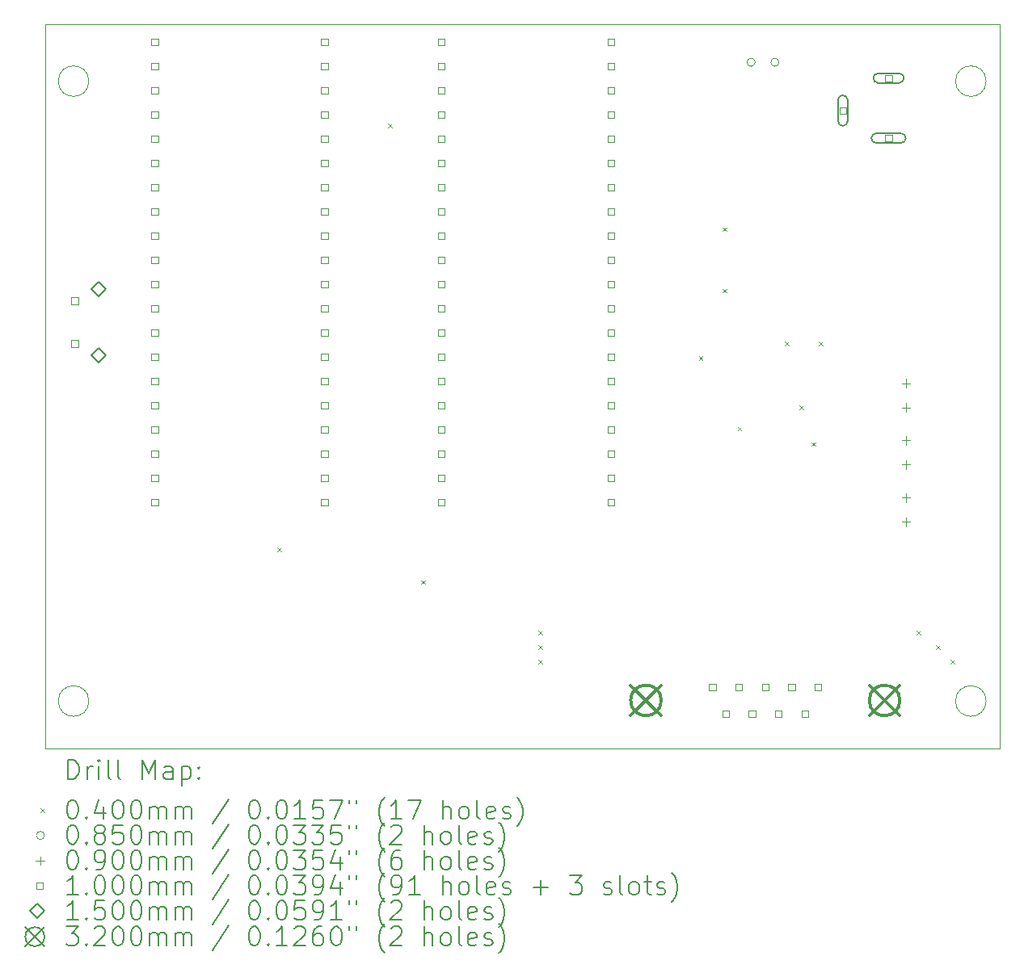
<source format=gbr>
%TF.GenerationSoftware,KiCad,Pcbnew,7.0.2*%
%TF.CreationDate,2023-05-08T05:29:39+09:00*%
%TF.ProjectId,pcb,7063622e-6b69-4636-9164-5f7063625858,rev?*%
%TF.SameCoordinates,Original*%
%TF.FileFunction,Drillmap*%
%TF.FilePolarity,Positive*%
%FSLAX45Y45*%
G04 Gerber Fmt 4.5, Leading zero omitted, Abs format (unit mm)*
G04 Created by KiCad (PCBNEW 7.0.2) date 2023-05-08 05:29:39*
%MOMM*%
%LPD*%
G01*
G04 APERTURE LIST*
%ADD10C,0.100000*%
%ADD11C,0.200000*%
%ADD12C,0.040000*%
%ADD13C,0.085000*%
%ADD14C,0.090000*%
%ADD15C,0.150000*%
%ADD16C,0.320000*%
G04 APERTURE END LIST*
D10*
X11860000Y-9100000D02*
G75*
G03*
X11860000Y-9100000I-160000J0D01*
G01*
X2460000Y-9100000D02*
G75*
G03*
X2460000Y-9100000I-160000J0D01*
G01*
X2460000Y-2600000D02*
G75*
G03*
X2460000Y-2600000I-160000J0D01*
G01*
X11860000Y-2600000D02*
G75*
G03*
X11860000Y-2600000I-160000J0D01*
G01*
X2000000Y-2000000D02*
X12000000Y-2000000D01*
X12000000Y-9600000D01*
X2000000Y-9600000D01*
X2000000Y-2000000D01*
D11*
D12*
X4435160Y-7488240D02*
X4475160Y-7528240D01*
X4475160Y-7488240D02*
X4435160Y-7528240D01*
X5593400Y-3043240D02*
X5633400Y-3083240D01*
X5633400Y-3043240D02*
X5593400Y-3083240D01*
X5938840Y-7833680D02*
X5978840Y-7873680D01*
X5978840Y-7833680D02*
X5938840Y-7873680D01*
X7168200Y-8362000D02*
X7208200Y-8402000D01*
X7208200Y-8362000D02*
X7168200Y-8402000D01*
X7168200Y-8514400D02*
X7208200Y-8554400D01*
X7208200Y-8514400D02*
X7168200Y-8554400D01*
X7168200Y-8666800D02*
X7208200Y-8706800D01*
X7208200Y-8666800D02*
X7168200Y-8706800D01*
X8849680Y-5481640D02*
X8889680Y-5521640D01*
X8889680Y-5481640D02*
X8849680Y-5521640D01*
X9102300Y-4132660D02*
X9142300Y-4172660D01*
X9142300Y-4132660D02*
X9102300Y-4172660D01*
X9102300Y-4777820D02*
X9142300Y-4817820D01*
X9142300Y-4777820D02*
X9102300Y-4817820D01*
X9257240Y-6225620D02*
X9297240Y-6265620D01*
X9297240Y-6225620D02*
X9257240Y-6265620D01*
X9750000Y-5331540D02*
X9790000Y-5371540D01*
X9790000Y-5331540D02*
X9750000Y-5371540D01*
X9902400Y-6002100D02*
X9942400Y-6042100D01*
X9942400Y-6002100D02*
X9902400Y-6042100D01*
X10033320Y-6385880D02*
X10073320Y-6425880D01*
X10073320Y-6385880D02*
X10033320Y-6425880D01*
X10108140Y-5331540D02*
X10148140Y-5371540D01*
X10148140Y-5331540D02*
X10108140Y-5371540D01*
X11130600Y-8362000D02*
X11170600Y-8402000D01*
X11170600Y-8362000D02*
X11130600Y-8402000D01*
X11333800Y-8514400D02*
X11373800Y-8554400D01*
X11373800Y-8514400D02*
X11333800Y-8554400D01*
X11486200Y-8666800D02*
X11526200Y-8706800D01*
X11526200Y-8666800D02*
X11486200Y-8706800D01*
D13*
X9439960Y-2401800D02*
G75*
G03*
X9439960Y-2401800I-42500J0D01*
G01*
X9689960Y-2401800D02*
G75*
G03*
X9689960Y-2401800I-42500J0D01*
G01*
D14*
X11022000Y-5722000D02*
X11022000Y-5812000D01*
X10977000Y-5767000D02*
X11067000Y-5767000D01*
X11022000Y-5976000D02*
X11022000Y-6066000D01*
X10977000Y-6021000D02*
X11067000Y-6021000D01*
X11022000Y-6322000D02*
X11022000Y-6412000D01*
X10977000Y-6367000D02*
X11067000Y-6367000D01*
X11022000Y-6576000D02*
X11022000Y-6666000D01*
X10977000Y-6621000D02*
X11067000Y-6621000D01*
X11022000Y-6922000D02*
X11022000Y-7012000D01*
X10977000Y-6967000D02*
X11067000Y-6967000D01*
X11022000Y-7176000D02*
X11022000Y-7266000D01*
X10977000Y-7221000D02*
X11067000Y-7221000D01*
D10*
X2346756Y-4937556D02*
X2346756Y-4866844D01*
X2276044Y-4866844D01*
X2276044Y-4937556D01*
X2346756Y-4937556D01*
X2346756Y-5387556D02*
X2346756Y-5316844D01*
X2276044Y-5316844D01*
X2276044Y-5387556D01*
X2346756Y-5387556D01*
X3184956Y-2224836D02*
X3184956Y-2154124D01*
X3114244Y-2154124D01*
X3114244Y-2224836D01*
X3184956Y-2224836D01*
X3184956Y-2478836D02*
X3184956Y-2408124D01*
X3114244Y-2408124D01*
X3114244Y-2478836D01*
X3184956Y-2478836D01*
X3184956Y-2732836D02*
X3184956Y-2662124D01*
X3114244Y-2662124D01*
X3114244Y-2732836D01*
X3184956Y-2732836D01*
X3184956Y-2986836D02*
X3184956Y-2916124D01*
X3114244Y-2916124D01*
X3114244Y-2986836D01*
X3184956Y-2986836D01*
X3184956Y-3240836D02*
X3184956Y-3170124D01*
X3114244Y-3170124D01*
X3114244Y-3240836D01*
X3184956Y-3240836D01*
X3184956Y-3494836D02*
X3184956Y-3424124D01*
X3114244Y-3424124D01*
X3114244Y-3494836D01*
X3184956Y-3494836D01*
X3184956Y-3748836D02*
X3184956Y-3678124D01*
X3114244Y-3678124D01*
X3114244Y-3748836D01*
X3184956Y-3748836D01*
X3184956Y-4002836D02*
X3184956Y-3932124D01*
X3114244Y-3932124D01*
X3114244Y-4002836D01*
X3184956Y-4002836D01*
X3184956Y-4256836D02*
X3184956Y-4186124D01*
X3114244Y-4186124D01*
X3114244Y-4256836D01*
X3184956Y-4256836D01*
X3184956Y-4510836D02*
X3184956Y-4440124D01*
X3114244Y-4440124D01*
X3114244Y-4510836D01*
X3184956Y-4510836D01*
X3184956Y-4764836D02*
X3184956Y-4694124D01*
X3114244Y-4694124D01*
X3114244Y-4764836D01*
X3184956Y-4764836D01*
X3184956Y-5018836D02*
X3184956Y-4948124D01*
X3114244Y-4948124D01*
X3114244Y-5018836D01*
X3184956Y-5018836D01*
X3184956Y-5272836D02*
X3184956Y-5202124D01*
X3114244Y-5202124D01*
X3114244Y-5272836D01*
X3184956Y-5272836D01*
X3184956Y-5526836D02*
X3184956Y-5456124D01*
X3114244Y-5456124D01*
X3114244Y-5526836D01*
X3184956Y-5526836D01*
X3184956Y-5780836D02*
X3184956Y-5710124D01*
X3114244Y-5710124D01*
X3114244Y-5780836D01*
X3184956Y-5780836D01*
X3184956Y-6034836D02*
X3184956Y-5964124D01*
X3114244Y-5964124D01*
X3114244Y-6034836D01*
X3184956Y-6034836D01*
X3184956Y-6288836D02*
X3184956Y-6218124D01*
X3114244Y-6218124D01*
X3114244Y-6288836D01*
X3184956Y-6288836D01*
X3184956Y-6542836D02*
X3184956Y-6472124D01*
X3114244Y-6472124D01*
X3114244Y-6542836D01*
X3184956Y-6542836D01*
X3184956Y-6796836D02*
X3184956Y-6726124D01*
X3114244Y-6726124D01*
X3114244Y-6796836D01*
X3184956Y-6796836D01*
X3184956Y-7050836D02*
X3184956Y-6980124D01*
X3114244Y-6980124D01*
X3114244Y-7050836D01*
X3184956Y-7050836D01*
X4962956Y-2224836D02*
X4962956Y-2154124D01*
X4892244Y-2154124D01*
X4892244Y-2224836D01*
X4962956Y-2224836D01*
X4962956Y-2478836D02*
X4962956Y-2408124D01*
X4892244Y-2408124D01*
X4892244Y-2478836D01*
X4962956Y-2478836D01*
X4962956Y-2732836D02*
X4962956Y-2662124D01*
X4892244Y-2662124D01*
X4892244Y-2732836D01*
X4962956Y-2732836D01*
X4962956Y-2986836D02*
X4962956Y-2916124D01*
X4892244Y-2916124D01*
X4892244Y-2986836D01*
X4962956Y-2986836D01*
X4962956Y-3240836D02*
X4962956Y-3170124D01*
X4892244Y-3170124D01*
X4892244Y-3240836D01*
X4962956Y-3240836D01*
X4962956Y-3494836D02*
X4962956Y-3424124D01*
X4892244Y-3424124D01*
X4892244Y-3494836D01*
X4962956Y-3494836D01*
X4962956Y-3748836D02*
X4962956Y-3678124D01*
X4892244Y-3678124D01*
X4892244Y-3748836D01*
X4962956Y-3748836D01*
X4962956Y-4002836D02*
X4962956Y-3932124D01*
X4892244Y-3932124D01*
X4892244Y-4002836D01*
X4962956Y-4002836D01*
X4962956Y-4256836D02*
X4962956Y-4186124D01*
X4892244Y-4186124D01*
X4892244Y-4256836D01*
X4962956Y-4256836D01*
X4962956Y-4510836D02*
X4962956Y-4440124D01*
X4892244Y-4440124D01*
X4892244Y-4510836D01*
X4962956Y-4510836D01*
X4962956Y-4764836D02*
X4962956Y-4694124D01*
X4892244Y-4694124D01*
X4892244Y-4764836D01*
X4962956Y-4764836D01*
X4962956Y-5018836D02*
X4962956Y-4948124D01*
X4892244Y-4948124D01*
X4892244Y-5018836D01*
X4962956Y-5018836D01*
X4962956Y-5272836D02*
X4962956Y-5202124D01*
X4892244Y-5202124D01*
X4892244Y-5272836D01*
X4962956Y-5272836D01*
X4962956Y-5526836D02*
X4962956Y-5456124D01*
X4892244Y-5456124D01*
X4892244Y-5526836D01*
X4962956Y-5526836D01*
X4962956Y-5780836D02*
X4962956Y-5710124D01*
X4892244Y-5710124D01*
X4892244Y-5780836D01*
X4962956Y-5780836D01*
X4962956Y-6034836D02*
X4962956Y-5964124D01*
X4892244Y-5964124D01*
X4892244Y-6034836D01*
X4962956Y-6034836D01*
X4962956Y-6288836D02*
X4962956Y-6218124D01*
X4892244Y-6218124D01*
X4892244Y-6288836D01*
X4962956Y-6288836D01*
X4962956Y-6542836D02*
X4962956Y-6472124D01*
X4892244Y-6472124D01*
X4892244Y-6542836D01*
X4962956Y-6542836D01*
X4962956Y-6796836D02*
X4962956Y-6726124D01*
X4892244Y-6726124D01*
X4892244Y-6796836D01*
X4962956Y-6796836D01*
X4962956Y-7050836D02*
X4962956Y-6980124D01*
X4892244Y-6980124D01*
X4892244Y-7050836D01*
X4962956Y-7050836D01*
X6187236Y-2224836D02*
X6187236Y-2154124D01*
X6116524Y-2154124D01*
X6116524Y-2224836D01*
X6187236Y-2224836D01*
X6187236Y-2478836D02*
X6187236Y-2408124D01*
X6116524Y-2408124D01*
X6116524Y-2478836D01*
X6187236Y-2478836D01*
X6187236Y-2732836D02*
X6187236Y-2662124D01*
X6116524Y-2662124D01*
X6116524Y-2732836D01*
X6187236Y-2732836D01*
X6187236Y-2986836D02*
X6187236Y-2916124D01*
X6116524Y-2916124D01*
X6116524Y-2986836D01*
X6187236Y-2986836D01*
X6187236Y-3240836D02*
X6187236Y-3170124D01*
X6116524Y-3170124D01*
X6116524Y-3240836D01*
X6187236Y-3240836D01*
X6187236Y-3494836D02*
X6187236Y-3424124D01*
X6116524Y-3424124D01*
X6116524Y-3494836D01*
X6187236Y-3494836D01*
X6187236Y-3748836D02*
X6187236Y-3678124D01*
X6116524Y-3678124D01*
X6116524Y-3748836D01*
X6187236Y-3748836D01*
X6187236Y-4002836D02*
X6187236Y-3932124D01*
X6116524Y-3932124D01*
X6116524Y-4002836D01*
X6187236Y-4002836D01*
X6187236Y-4256836D02*
X6187236Y-4186124D01*
X6116524Y-4186124D01*
X6116524Y-4256836D01*
X6187236Y-4256836D01*
X6187236Y-4510836D02*
X6187236Y-4440124D01*
X6116524Y-4440124D01*
X6116524Y-4510836D01*
X6187236Y-4510836D01*
X6187236Y-4764836D02*
X6187236Y-4694124D01*
X6116524Y-4694124D01*
X6116524Y-4764836D01*
X6187236Y-4764836D01*
X6187236Y-5018836D02*
X6187236Y-4948124D01*
X6116524Y-4948124D01*
X6116524Y-5018836D01*
X6187236Y-5018836D01*
X6187236Y-5272836D02*
X6187236Y-5202124D01*
X6116524Y-5202124D01*
X6116524Y-5272836D01*
X6187236Y-5272836D01*
X6187236Y-5526836D02*
X6187236Y-5456124D01*
X6116524Y-5456124D01*
X6116524Y-5526836D01*
X6187236Y-5526836D01*
X6187236Y-5780836D02*
X6187236Y-5710124D01*
X6116524Y-5710124D01*
X6116524Y-5780836D01*
X6187236Y-5780836D01*
X6187236Y-6034836D02*
X6187236Y-5964124D01*
X6116524Y-5964124D01*
X6116524Y-6034836D01*
X6187236Y-6034836D01*
X6187236Y-6288836D02*
X6187236Y-6218124D01*
X6116524Y-6218124D01*
X6116524Y-6288836D01*
X6187236Y-6288836D01*
X6187236Y-6542836D02*
X6187236Y-6472124D01*
X6116524Y-6472124D01*
X6116524Y-6542836D01*
X6187236Y-6542836D01*
X6187236Y-6796836D02*
X6187236Y-6726124D01*
X6116524Y-6726124D01*
X6116524Y-6796836D01*
X6187236Y-6796836D01*
X6187236Y-7050836D02*
X6187236Y-6980124D01*
X6116524Y-6980124D01*
X6116524Y-7050836D01*
X6187236Y-7050836D01*
X7965236Y-2224836D02*
X7965236Y-2154124D01*
X7894524Y-2154124D01*
X7894524Y-2224836D01*
X7965236Y-2224836D01*
X7965236Y-2478836D02*
X7965236Y-2408124D01*
X7894524Y-2408124D01*
X7894524Y-2478836D01*
X7965236Y-2478836D01*
X7965236Y-2732836D02*
X7965236Y-2662124D01*
X7894524Y-2662124D01*
X7894524Y-2732836D01*
X7965236Y-2732836D01*
X7965236Y-2986836D02*
X7965236Y-2916124D01*
X7894524Y-2916124D01*
X7894524Y-2986836D01*
X7965236Y-2986836D01*
X7965236Y-3240836D02*
X7965236Y-3170124D01*
X7894524Y-3170124D01*
X7894524Y-3240836D01*
X7965236Y-3240836D01*
X7965236Y-3494836D02*
X7965236Y-3424124D01*
X7894524Y-3424124D01*
X7894524Y-3494836D01*
X7965236Y-3494836D01*
X7965236Y-3748836D02*
X7965236Y-3678124D01*
X7894524Y-3678124D01*
X7894524Y-3748836D01*
X7965236Y-3748836D01*
X7965236Y-4002836D02*
X7965236Y-3932124D01*
X7894524Y-3932124D01*
X7894524Y-4002836D01*
X7965236Y-4002836D01*
X7965236Y-4256836D02*
X7965236Y-4186124D01*
X7894524Y-4186124D01*
X7894524Y-4256836D01*
X7965236Y-4256836D01*
X7965236Y-4510836D02*
X7965236Y-4440124D01*
X7894524Y-4440124D01*
X7894524Y-4510836D01*
X7965236Y-4510836D01*
X7965236Y-4764836D02*
X7965236Y-4694124D01*
X7894524Y-4694124D01*
X7894524Y-4764836D01*
X7965236Y-4764836D01*
X7965236Y-5018836D02*
X7965236Y-4948124D01*
X7894524Y-4948124D01*
X7894524Y-5018836D01*
X7965236Y-5018836D01*
X7965236Y-5272836D02*
X7965236Y-5202124D01*
X7894524Y-5202124D01*
X7894524Y-5272836D01*
X7965236Y-5272836D01*
X7965236Y-5526836D02*
X7965236Y-5456124D01*
X7894524Y-5456124D01*
X7894524Y-5526836D01*
X7965236Y-5526836D01*
X7965236Y-5780836D02*
X7965236Y-5710124D01*
X7894524Y-5710124D01*
X7894524Y-5780836D01*
X7965236Y-5780836D01*
X7965236Y-6034836D02*
X7965236Y-5964124D01*
X7894524Y-5964124D01*
X7894524Y-6034836D01*
X7965236Y-6034836D01*
X7965236Y-6288836D02*
X7965236Y-6218124D01*
X7894524Y-6218124D01*
X7894524Y-6288836D01*
X7965236Y-6288836D01*
X7965236Y-6542836D02*
X7965236Y-6472124D01*
X7894524Y-6472124D01*
X7894524Y-6542836D01*
X7965236Y-6542836D01*
X7965236Y-6796836D02*
X7965236Y-6726124D01*
X7894524Y-6726124D01*
X7894524Y-6796836D01*
X7965236Y-6796836D01*
X7965236Y-7050836D02*
X7965236Y-6980124D01*
X7894524Y-6980124D01*
X7894524Y-7050836D01*
X7965236Y-7050836D01*
X9027356Y-8986746D02*
X9027356Y-8916034D01*
X8956644Y-8916034D01*
X8956644Y-8986746D01*
X9027356Y-8986746D01*
X9165856Y-9270746D02*
X9165856Y-9200034D01*
X9095144Y-9200034D01*
X9095144Y-9270746D01*
X9165856Y-9270746D01*
X9304356Y-8986746D02*
X9304356Y-8916034D01*
X9233644Y-8916034D01*
X9233644Y-8986746D01*
X9304356Y-8986746D01*
X9442856Y-9270746D02*
X9442856Y-9200034D01*
X9372144Y-9200034D01*
X9372144Y-9270746D01*
X9442856Y-9270746D01*
X9581356Y-8986746D02*
X9581356Y-8916034D01*
X9510644Y-8916034D01*
X9510644Y-8986746D01*
X9581356Y-8986746D01*
X9719856Y-9270746D02*
X9719856Y-9200034D01*
X9649144Y-9200034D01*
X9649144Y-9270746D01*
X9719856Y-9270746D01*
X9858356Y-8986746D02*
X9858356Y-8916034D01*
X9787644Y-8916034D01*
X9787644Y-8986746D01*
X9858356Y-8986746D01*
X9996856Y-9270746D02*
X9996856Y-9200034D01*
X9926144Y-9200034D01*
X9926144Y-9270746D01*
X9996856Y-9270746D01*
X10135356Y-8986746D02*
X10135356Y-8916034D01*
X10064644Y-8916034D01*
X10064644Y-8986746D01*
X10135356Y-8986746D01*
X10393536Y-2943296D02*
X10393536Y-2872584D01*
X10322824Y-2872584D01*
X10322824Y-2943296D01*
X10393536Y-2943296D01*
D11*
X10408180Y-3017940D02*
X10408180Y-2797940D01*
X10408180Y-2797940D02*
G75*
G03*
X10308180Y-2797940I-50000J0D01*
G01*
X10308180Y-2797940D02*
X10308180Y-3017940D01*
X10308180Y-3017940D02*
G75*
G03*
X10408180Y-3017940I50000J0D01*
G01*
D10*
X10873536Y-2603296D02*
X10873536Y-2532584D01*
X10802824Y-2532584D01*
X10802824Y-2603296D01*
X10873536Y-2603296D01*
D11*
X10948180Y-2517940D02*
X10728180Y-2517940D01*
X10728180Y-2517940D02*
G75*
G03*
X10728180Y-2617940I0J-50000D01*
G01*
X10728180Y-2617940D02*
X10948180Y-2617940D01*
X10948180Y-2617940D02*
G75*
G03*
X10948180Y-2517940I0J50000D01*
G01*
D10*
X10873536Y-3233296D02*
X10873536Y-3162584D01*
X10802824Y-3162584D01*
X10802824Y-3233296D01*
X10873536Y-3233296D01*
D11*
X10968180Y-3147940D02*
X10708180Y-3147940D01*
X10708180Y-3147940D02*
G75*
G03*
X10708180Y-3247940I0J-50000D01*
G01*
X10708180Y-3247940D02*
X10968180Y-3247940D01*
X10968180Y-3247940D02*
G75*
G03*
X10968180Y-3147940I0J50000D01*
G01*
D15*
X2561400Y-4852200D02*
X2636400Y-4777200D01*
X2561400Y-4702200D01*
X2486400Y-4777200D01*
X2561400Y-4852200D01*
X2561400Y-5552200D02*
X2636400Y-5477200D01*
X2561400Y-5402200D01*
X2486400Y-5477200D01*
X2561400Y-5552200D01*
D16*
X8136000Y-8933390D02*
X8456000Y-9253390D01*
X8456000Y-8933390D02*
X8136000Y-9253390D01*
X8456000Y-9093390D02*
G75*
G03*
X8456000Y-9093390I-160000J0D01*
G01*
X10636000Y-8933390D02*
X10956000Y-9253390D01*
X10956000Y-8933390D02*
X10636000Y-9253390D01*
X10956000Y-9093390D02*
G75*
G03*
X10956000Y-9093390I-160000J0D01*
G01*
D11*
X2242619Y-9917524D02*
X2242619Y-9717524D01*
X2242619Y-9717524D02*
X2290238Y-9717524D01*
X2290238Y-9717524D02*
X2318810Y-9727048D01*
X2318810Y-9727048D02*
X2337857Y-9746095D01*
X2337857Y-9746095D02*
X2347381Y-9765143D01*
X2347381Y-9765143D02*
X2356905Y-9803238D01*
X2356905Y-9803238D02*
X2356905Y-9831810D01*
X2356905Y-9831810D02*
X2347381Y-9869905D01*
X2347381Y-9869905D02*
X2337857Y-9888952D01*
X2337857Y-9888952D02*
X2318810Y-9908000D01*
X2318810Y-9908000D02*
X2290238Y-9917524D01*
X2290238Y-9917524D02*
X2242619Y-9917524D01*
X2442619Y-9917524D02*
X2442619Y-9784190D01*
X2442619Y-9822286D02*
X2452143Y-9803238D01*
X2452143Y-9803238D02*
X2461667Y-9793714D01*
X2461667Y-9793714D02*
X2480714Y-9784190D01*
X2480714Y-9784190D02*
X2499762Y-9784190D01*
X2566429Y-9917524D02*
X2566429Y-9784190D01*
X2566429Y-9717524D02*
X2556905Y-9727048D01*
X2556905Y-9727048D02*
X2566429Y-9736571D01*
X2566429Y-9736571D02*
X2575952Y-9727048D01*
X2575952Y-9727048D02*
X2566429Y-9717524D01*
X2566429Y-9717524D02*
X2566429Y-9736571D01*
X2690238Y-9917524D02*
X2671190Y-9908000D01*
X2671190Y-9908000D02*
X2661667Y-9888952D01*
X2661667Y-9888952D02*
X2661667Y-9717524D01*
X2795000Y-9917524D02*
X2775952Y-9908000D01*
X2775952Y-9908000D02*
X2766429Y-9888952D01*
X2766429Y-9888952D02*
X2766429Y-9717524D01*
X3023571Y-9917524D02*
X3023571Y-9717524D01*
X3023571Y-9717524D02*
X3090238Y-9860381D01*
X3090238Y-9860381D02*
X3156905Y-9717524D01*
X3156905Y-9717524D02*
X3156905Y-9917524D01*
X3337857Y-9917524D02*
X3337857Y-9812762D01*
X3337857Y-9812762D02*
X3328333Y-9793714D01*
X3328333Y-9793714D02*
X3309286Y-9784190D01*
X3309286Y-9784190D02*
X3271190Y-9784190D01*
X3271190Y-9784190D02*
X3252143Y-9793714D01*
X3337857Y-9908000D02*
X3318809Y-9917524D01*
X3318809Y-9917524D02*
X3271190Y-9917524D01*
X3271190Y-9917524D02*
X3252143Y-9908000D01*
X3252143Y-9908000D02*
X3242619Y-9888952D01*
X3242619Y-9888952D02*
X3242619Y-9869905D01*
X3242619Y-9869905D02*
X3252143Y-9850857D01*
X3252143Y-9850857D02*
X3271190Y-9841333D01*
X3271190Y-9841333D02*
X3318809Y-9841333D01*
X3318809Y-9841333D02*
X3337857Y-9831810D01*
X3433095Y-9784190D02*
X3433095Y-9984190D01*
X3433095Y-9793714D02*
X3452143Y-9784190D01*
X3452143Y-9784190D02*
X3490238Y-9784190D01*
X3490238Y-9784190D02*
X3509286Y-9793714D01*
X3509286Y-9793714D02*
X3518809Y-9803238D01*
X3518809Y-9803238D02*
X3528333Y-9822286D01*
X3528333Y-9822286D02*
X3528333Y-9879429D01*
X3528333Y-9879429D02*
X3518809Y-9898476D01*
X3518809Y-9898476D02*
X3509286Y-9908000D01*
X3509286Y-9908000D02*
X3490238Y-9917524D01*
X3490238Y-9917524D02*
X3452143Y-9917524D01*
X3452143Y-9917524D02*
X3433095Y-9908000D01*
X3614048Y-9898476D02*
X3623571Y-9908000D01*
X3623571Y-9908000D02*
X3614048Y-9917524D01*
X3614048Y-9917524D02*
X3604524Y-9908000D01*
X3604524Y-9908000D02*
X3614048Y-9898476D01*
X3614048Y-9898476D02*
X3614048Y-9917524D01*
X3614048Y-9793714D02*
X3623571Y-9803238D01*
X3623571Y-9803238D02*
X3614048Y-9812762D01*
X3614048Y-9812762D02*
X3604524Y-9803238D01*
X3604524Y-9803238D02*
X3614048Y-9793714D01*
X3614048Y-9793714D02*
X3614048Y-9812762D01*
D12*
X1955000Y-10225000D02*
X1995000Y-10265000D01*
X1995000Y-10225000D02*
X1955000Y-10265000D01*
D11*
X2280714Y-10137524D02*
X2299762Y-10137524D01*
X2299762Y-10137524D02*
X2318810Y-10147048D01*
X2318810Y-10147048D02*
X2328333Y-10156571D01*
X2328333Y-10156571D02*
X2337857Y-10175619D01*
X2337857Y-10175619D02*
X2347381Y-10213714D01*
X2347381Y-10213714D02*
X2347381Y-10261333D01*
X2347381Y-10261333D02*
X2337857Y-10299429D01*
X2337857Y-10299429D02*
X2328333Y-10318476D01*
X2328333Y-10318476D02*
X2318810Y-10328000D01*
X2318810Y-10328000D02*
X2299762Y-10337524D01*
X2299762Y-10337524D02*
X2280714Y-10337524D01*
X2280714Y-10337524D02*
X2261667Y-10328000D01*
X2261667Y-10328000D02*
X2252143Y-10318476D01*
X2252143Y-10318476D02*
X2242619Y-10299429D01*
X2242619Y-10299429D02*
X2233095Y-10261333D01*
X2233095Y-10261333D02*
X2233095Y-10213714D01*
X2233095Y-10213714D02*
X2242619Y-10175619D01*
X2242619Y-10175619D02*
X2252143Y-10156571D01*
X2252143Y-10156571D02*
X2261667Y-10147048D01*
X2261667Y-10147048D02*
X2280714Y-10137524D01*
X2433095Y-10318476D02*
X2442619Y-10328000D01*
X2442619Y-10328000D02*
X2433095Y-10337524D01*
X2433095Y-10337524D02*
X2423571Y-10328000D01*
X2423571Y-10328000D02*
X2433095Y-10318476D01*
X2433095Y-10318476D02*
X2433095Y-10337524D01*
X2614048Y-10204190D02*
X2614048Y-10337524D01*
X2566429Y-10128000D02*
X2518810Y-10270857D01*
X2518810Y-10270857D02*
X2642619Y-10270857D01*
X2756905Y-10137524D02*
X2775952Y-10137524D01*
X2775952Y-10137524D02*
X2795000Y-10147048D01*
X2795000Y-10147048D02*
X2804524Y-10156571D01*
X2804524Y-10156571D02*
X2814048Y-10175619D01*
X2814048Y-10175619D02*
X2823571Y-10213714D01*
X2823571Y-10213714D02*
X2823571Y-10261333D01*
X2823571Y-10261333D02*
X2814048Y-10299429D01*
X2814048Y-10299429D02*
X2804524Y-10318476D01*
X2804524Y-10318476D02*
X2795000Y-10328000D01*
X2795000Y-10328000D02*
X2775952Y-10337524D01*
X2775952Y-10337524D02*
X2756905Y-10337524D01*
X2756905Y-10337524D02*
X2737857Y-10328000D01*
X2737857Y-10328000D02*
X2728333Y-10318476D01*
X2728333Y-10318476D02*
X2718810Y-10299429D01*
X2718810Y-10299429D02*
X2709286Y-10261333D01*
X2709286Y-10261333D02*
X2709286Y-10213714D01*
X2709286Y-10213714D02*
X2718810Y-10175619D01*
X2718810Y-10175619D02*
X2728333Y-10156571D01*
X2728333Y-10156571D02*
X2737857Y-10147048D01*
X2737857Y-10147048D02*
X2756905Y-10137524D01*
X2947381Y-10137524D02*
X2966429Y-10137524D01*
X2966429Y-10137524D02*
X2985476Y-10147048D01*
X2985476Y-10147048D02*
X2995000Y-10156571D01*
X2995000Y-10156571D02*
X3004524Y-10175619D01*
X3004524Y-10175619D02*
X3014048Y-10213714D01*
X3014048Y-10213714D02*
X3014048Y-10261333D01*
X3014048Y-10261333D02*
X3004524Y-10299429D01*
X3004524Y-10299429D02*
X2995000Y-10318476D01*
X2995000Y-10318476D02*
X2985476Y-10328000D01*
X2985476Y-10328000D02*
X2966429Y-10337524D01*
X2966429Y-10337524D02*
X2947381Y-10337524D01*
X2947381Y-10337524D02*
X2928333Y-10328000D01*
X2928333Y-10328000D02*
X2918809Y-10318476D01*
X2918809Y-10318476D02*
X2909286Y-10299429D01*
X2909286Y-10299429D02*
X2899762Y-10261333D01*
X2899762Y-10261333D02*
X2899762Y-10213714D01*
X2899762Y-10213714D02*
X2909286Y-10175619D01*
X2909286Y-10175619D02*
X2918809Y-10156571D01*
X2918809Y-10156571D02*
X2928333Y-10147048D01*
X2928333Y-10147048D02*
X2947381Y-10137524D01*
X3099762Y-10337524D02*
X3099762Y-10204190D01*
X3099762Y-10223238D02*
X3109286Y-10213714D01*
X3109286Y-10213714D02*
X3128333Y-10204190D01*
X3128333Y-10204190D02*
X3156905Y-10204190D01*
X3156905Y-10204190D02*
X3175952Y-10213714D01*
X3175952Y-10213714D02*
X3185476Y-10232762D01*
X3185476Y-10232762D02*
X3185476Y-10337524D01*
X3185476Y-10232762D02*
X3195000Y-10213714D01*
X3195000Y-10213714D02*
X3214048Y-10204190D01*
X3214048Y-10204190D02*
X3242619Y-10204190D01*
X3242619Y-10204190D02*
X3261667Y-10213714D01*
X3261667Y-10213714D02*
X3271190Y-10232762D01*
X3271190Y-10232762D02*
X3271190Y-10337524D01*
X3366429Y-10337524D02*
X3366429Y-10204190D01*
X3366429Y-10223238D02*
X3375952Y-10213714D01*
X3375952Y-10213714D02*
X3395000Y-10204190D01*
X3395000Y-10204190D02*
X3423571Y-10204190D01*
X3423571Y-10204190D02*
X3442619Y-10213714D01*
X3442619Y-10213714D02*
X3452143Y-10232762D01*
X3452143Y-10232762D02*
X3452143Y-10337524D01*
X3452143Y-10232762D02*
X3461667Y-10213714D01*
X3461667Y-10213714D02*
X3480714Y-10204190D01*
X3480714Y-10204190D02*
X3509286Y-10204190D01*
X3509286Y-10204190D02*
X3528333Y-10213714D01*
X3528333Y-10213714D02*
X3537857Y-10232762D01*
X3537857Y-10232762D02*
X3537857Y-10337524D01*
X3928333Y-10128000D02*
X3756905Y-10385143D01*
X4185476Y-10137524D02*
X4204524Y-10137524D01*
X4204524Y-10137524D02*
X4223572Y-10147048D01*
X4223572Y-10147048D02*
X4233095Y-10156571D01*
X4233095Y-10156571D02*
X4242619Y-10175619D01*
X4242619Y-10175619D02*
X4252143Y-10213714D01*
X4252143Y-10213714D02*
X4252143Y-10261333D01*
X4252143Y-10261333D02*
X4242619Y-10299429D01*
X4242619Y-10299429D02*
X4233095Y-10318476D01*
X4233095Y-10318476D02*
X4223572Y-10328000D01*
X4223572Y-10328000D02*
X4204524Y-10337524D01*
X4204524Y-10337524D02*
X4185476Y-10337524D01*
X4185476Y-10337524D02*
X4166429Y-10328000D01*
X4166429Y-10328000D02*
X4156905Y-10318476D01*
X4156905Y-10318476D02*
X4147381Y-10299429D01*
X4147381Y-10299429D02*
X4137857Y-10261333D01*
X4137857Y-10261333D02*
X4137857Y-10213714D01*
X4137857Y-10213714D02*
X4147381Y-10175619D01*
X4147381Y-10175619D02*
X4156905Y-10156571D01*
X4156905Y-10156571D02*
X4166429Y-10147048D01*
X4166429Y-10147048D02*
X4185476Y-10137524D01*
X4337857Y-10318476D02*
X4347381Y-10328000D01*
X4347381Y-10328000D02*
X4337857Y-10337524D01*
X4337857Y-10337524D02*
X4328334Y-10328000D01*
X4328334Y-10328000D02*
X4337857Y-10318476D01*
X4337857Y-10318476D02*
X4337857Y-10337524D01*
X4471191Y-10137524D02*
X4490238Y-10137524D01*
X4490238Y-10137524D02*
X4509286Y-10147048D01*
X4509286Y-10147048D02*
X4518810Y-10156571D01*
X4518810Y-10156571D02*
X4528334Y-10175619D01*
X4528334Y-10175619D02*
X4537857Y-10213714D01*
X4537857Y-10213714D02*
X4537857Y-10261333D01*
X4537857Y-10261333D02*
X4528334Y-10299429D01*
X4528334Y-10299429D02*
X4518810Y-10318476D01*
X4518810Y-10318476D02*
X4509286Y-10328000D01*
X4509286Y-10328000D02*
X4490238Y-10337524D01*
X4490238Y-10337524D02*
X4471191Y-10337524D01*
X4471191Y-10337524D02*
X4452143Y-10328000D01*
X4452143Y-10328000D02*
X4442619Y-10318476D01*
X4442619Y-10318476D02*
X4433095Y-10299429D01*
X4433095Y-10299429D02*
X4423572Y-10261333D01*
X4423572Y-10261333D02*
X4423572Y-10213714D01*
X4423572Y-10213714D02*
X4433095Y-10175619D01*
X4433095Y-10175619D02*
X4442619Y-10156571D01*
X4442619Y-10156571D02*
X4452143Y-10147048D01*
X4452143Y-10147048D02*
X4471191Y-10137524D01*
X4728334Y-10337524D02*
X4614048Y-10337524D01*
X4671191Y-10337524D02*
X4671191Y-10137524D01*
X4671191Y-10137524D02*
X4652143Y-10166095D01*
X4652143Y-10166095D02*
X4633095Y-10185143D01*
X4633095Y-10185143D02*
X4614048Y-10194667D01*
X4909286Y-10137524D02*
X4814048Y-10137524D01*
X4814048Y-10137524D02*
X4804524Y-10232762D01*
X4804524Y-10232762D02*
X4814048Y-10223238D01*
X4814048Y-10223238D02*
X4833095Y-10213714D01*
X4833095Y-10213714D02*
X4880715Y-10213714D01*
X4880715Y-10213714D02*
X4899762Y-10223238D01*
X4899762Y-10223238D02*
X4909286Y-10232762D01*
X4909286Y-10232762D02*
X4918810Y-10251810D01*
X4918810Y-10251810D02*
X4918810Y-10299429D01*
X4918810Y-10299429D02*
X4909286Y-10318476D01*
X4909286Y-10318476D02*
X4899762Y-10328000D01*
X4899762Y-10328000D02*
X4880715Y-10337524D01*
X4880715Y-10337524D02*
X4833095Y-10337524D01*
X4833095Y-10337524D02*
X4814048Y-10328000D01*
X4814048Y-10328000D02*
X4804524Y-10318476D01*
X4985476Y-10137524D02*
X5118810Y-10137524D01*
X5118810Y-10137524D02*
X5033095Y-10337524D01*
X5185476Y-10137524D02*
X5185476Y-10175619D01*
X5261667Y-10137524D02*
X5261667Y-10175619D01*
X5556905Y-10413714D02*
X5547381Y-10404190D01*
X5547381Y-10404190D02*
X5528334Y-10375619D01*
X5528334Y-10375619D02*
X5518810Y-10356571D01*
X5518810Y-10356571D02*
X5509286Y-10328000D01*
X5509286Y-10328000D02*
X5499762Y-10280381D01*
X5499762Y-10280381D02*
X5499762Y-10242286D01*
X5499762Y-10242286D02*
X5509286Y-10194667D01*
X5509286Y-10194667D02*
X5518810Y-10166095D01*
X5518810Y-10166095D02*
X5528334Y-10147048D01*
X5528334Y-10147048D02*
X5547381Y-10118476D01*
X5547381Y-10118476D02*
X5556905Y-10108952D01*
X5737857Y-10337524D02*
X5623572Y-10337524D01*
X5680714Y-10337524D02*
X5680714Y-10137524D01*
X5680714Y-10137524D02*
X5661667Y-10166095D01*
X5661667Y-10166095D02*
X5642619Y-10185143D01*
X5642619Y-10185143D02*
X5623572Y-10194667D01*
X5804524Y-10137524D02*
X5937857Y-10137524D01*
X5937857Y-10137524D02*
X5852143Y-10337524D01*
X6166429Y-10337524D02*
X6166429Y-10137524D01*
X6252143Y-10337524D02*
X6252143Y-10232762D01*
X6252143Y-10232762D02*
X6242619Y-10213714D01*
X6242619Y-10213714D02*
X6223572Y-10204190D01*
X6223572Y-10204190D02*
X6195000Y-10204190D01*
X6195000Y-10204190D02*
X6175953Y-10213714D01*
X6175953Y-10213714D02*
X6166429Y-10223238D01*
X6375953Y-10337524D02*
X6356905Y-10328000D01*
X6356905Y-10328000D02*
X6347381Y-10318476D01*
X6347381Y-10318476D02*
X6337857Y-10299429D01*
X6337857Y-10299429D02*
X6337857Y-10242286D01*
X6337857Y-10242286D02*
X6347381Y-10223238D01*
X6347381Y-10223238D02*
X6356905Y-10213714D01*
X6356905Y-10213714D02*
X6375953Y-10204190D01*
X6375953Y-10204190D02*
X6404524Y-10204190D01*
X6404524Y-10204190D02*
X6423572Y-10213714D01*
X6423572Y-10213714D02*
X6433096Y-10223238D01*
X6433096Y-10223238D02*
X6442619Y-10242286D01*
X6442619Y-10242286D02*
X6442619Y-10299429D01*
X6442619Y-10299429D02*
X6433096Y-10318476D01*
X6433096Y-10318476D02*
X6423572Y-10328000D01*
X6423572Y-10328000D02*
X6404524Y-10337524D01*
X6404524Y-10337524D02*
X6375953Y-10337524D01*
X6556905Y-10337524D02*
X6537857Y-10328000D01*
X6537857Y-10328000D02*
X6528334Y-10308952D01*
X6528334Y-10308952D02*
X6528334Y-10137524D01*
X6709286Y-10328000D02*
X6690238Y-10337524D01*
X6690238Y-10337524D02*
X6652143Y-10337524D01*
X6652143Y-10337524D02*
X6633096Y-10328000D01*
X6633096Y-10328000D02*
X6623572Y-10308952D01*
X6623572Y-10308952D02*
X6623572Y-10232762D01*
X6623572Y-10232762D02*
X6633096Y-10213714D01*
X6633096Y-10213714D02*
X6652143Y-10204190D01*
X6652143Y-10204190D02*
X6690238Y-10204190D01*
X6690238Y-10204190D02*
X6709286Y-10213714D01*
X6709286Y-10213714D02*
X6718810Y-10232762D01*
X6718810Y-10232762D02*
X6718810Y-10251810D01*
X6718810Y-10251810D02*
X6623572Y-10270857D01*
X6795000Y-10328000D02*
X6814048Y-10337524D01*
X6814048Y-10337524D02*
X6852143Y-10337524D01*
X6852143Y-10337524D02*
X6871191Y-10328000D01*
X6871191Y-10328000D02*
X6880715Y-10308952D01*
X6880715Y-10308952D02*
X6880715Y-10299429D01*
X6880715Y-10299429D02*
X6871191Y-10280381D01*
X6871191Y-10280381D02*
X6852143Y-10270857D01*
X6852143Y-10270857D02*
X6823572Y-10270857D01*
X6823572Y-10270857D02*
X6804524Y-10261333D01*
X6804524Y-10261333D02*
X6795000Y-10242286D01*
X6795000Y-10242286D02*
X6795000Y-10232762D01*
X6795000Y-10232762D02*
X6804524Y-10213714D01*
X6804524Y-10213714D02*
X6823572Y-10204190D01*
X6823572Y-10204190D02*
X6852143Y-10204190D01*
X6852143Y-10204190D02*
X6871191Y-10213714D01*
X6947381Y-10413714D02*
X6956905Y-10404190D01*
X6956905Y-10404190D02*
X6975953Y-10375619D01*
X6975953Y-10375619D02*
X6985477Y-10356571D01*
X6985477Y-10356571D02*
X6995000Y-10328000D01*
X6995000Y-10328000D02*
X7004524Y-10280381D01*
X7004524Y-10280381D02*
X7004524Y-10242286D01*
X7004524Y-10242286D02*
X6995000Y-10194667D01*
X6995000Y-10194667D02*
X6985477Y-10166095D01*
X6985477Y-10166095D02*
X6975953Y-10147048D01*
X6975953Y-10147048D02*
X6956905Y-10118476D01*
X6956905Y-10118476D02*
X6947381Y-10108952D01*
D13*
X1995000Y-10509000D02*
G75*
G03*
X1995000Y-10509000I-42500J0D01*
G01*
D11*
X2280714Y-10401524D02*
X2299762Y-10401524D01*
X2299762Y-10401524D02*
X2318810Y-10411048D01*
X2318810Y-10411048D02*
X2328333Y-10420571D01*
X2328333Y-10420571D02*
X2337857Y-10439619D01*
X2337857Y-10439619D02*
X2347381Y-10477714D01*
X2347381Y-10477714D02*
X2347381Y-10525333D01*
X2347381Y-10525333D02*
X2337857Y-10563429D01*
X2337857Y-10563429D02*
X2328333Y-10582476D01*
X2328333Y-10582476D02*
X2318810Y-10592000D01*
X2318810Y-10592000D02*
X2299762Y-10601524D01*
X2299762Y-10601524D02*
X2280714Y-10601524D01*
X2280714Y-10601524D02*
X2261667Y-10592000D01*
X2261667Y-10592000D02*
X2252143Y-10582476D01*
X2252143Y-10582476D02*
X2242619Y-10563429D01*
X2242619Y-10563429D02*
X2233095Y-10525333D01*
X2233095Y-10525333D02*
X2233095Y-10477714D01*
X2233095Y-10477714D02*
X2242619Y-10439619D01*
X2242619Y-10439619D02*
X2252143Y-10420571D01*
X2252143Y-10420571D02*
X2261667Y-10411048D01*
X2261667Y-10411048D02*
X2280714Y-10401524D01*
X2433095Y-10582476D02*
X2442619Y-10592000D01*
X2442619Y-10592000D02*
X2433095Y-10601524D01*
X2433095Y-10601524D02*
X2423571Y-10592000D01*
X2423571Y-10592000D02*
X2433095Y-10582476D01*
X2433095Y-10582476D02*
X2433095Y-10601524D01*
X2556905Y-10487238D02*
X2537857Y-10477714D01*
X2537857Y-10477714D02*
X2528333Y-10468190D01*
X2528333Y-10468190D02*
X2518810Y-10449143D01*
X2518810Y-10449143D02*
X2518810Y-10439619D01*
X2518810Y-10439619D02*
X2528333Y-10420571D01*
X2528333Y-10420571D02*
X2537857Y-10411048D01*
X2537857Y-10411048D02*
X2556905Y-10401524D01*
X2556905Y-10401524D02*
X2595000Y-10401524D01*
X2595000Y-10401524D02*
X2614048Y-10411048D01*
X2614048Y-10411048D02*
X2623571Y-10420571D01*
X2623571Y-10420571D02*
X2633095Y-10439619D01*
X2633095Y-10439619D02*
X2633095Y-10449143D01*
X2633095Y-10449143D02*
X2623571Y-10468190D01*
X2623571Y-10468190D02*
X2614048Y-10477714D01*
X2614048Y-10477714D02*
X2595000Y-10487238D01*
X2595000Y-10487238D02*
X2556905Y-10487238D01*
X2556905Y-10487238D02*
X2537857Y-10496762D01*
X2537857Y-10496762D02*
X2528333Y-10506286D01*
X2528333Y-10506286D02*
X2518810Y-10525333D01*
X2518810Y-10525333D02*
X2518810Y-10563429D01*
X2518810Y-10563429D02*
X2528333Y-10582476D01*
X2528333Y-10582476D02*
X2537857Y-10592000D01*
X2537857Y-10592000D02*
X2556905Y-10601524D01*
X2556905Y-10601524D02*
X2595000Y-10601524D01*
X2595000Y-10601524D02*
X2614048Y-10592000D01*
X2614048Y-10592000D02*
X2623571Y-10582476D01*
X2623571Y-10582476D02*
X2633095Y-10563429D01*
X2633095Y-10563429D02*
X2633095Y-10525333D01*
X2633095Y-10525333D02*
X2623571Y-10506286D01*
X2623571Y-10506286D02*
X2614048Y-10496762D01*
X2614048Y-10496762D02*
X2595000Y-10487238D01*
X2814048Y-10401524D02*
X2718810Y-10401524D01*
X2718810Y-10401524D02*
X2709286Y-10496762D01*
X2709286Y-10496762D02*
X2718810Y-10487238D01*
X2718810Y-10487238D02*
X2737857Y-10477714D01*
X2737857Y-10477714D02*
X2785476Y-10477714D01*
X2785476Y-10477714D02*
X2804524Y-10487238D01*
X2804524Y-10487238D02*
X2814048Y-10496762D01*
X2814048Y-10496762D02*
X2823571Y-10515810D01*
X2823571Y-10515810D02*
X2823571Y-10563429D01*
X2823571Y-10563429D02*
X2814048Y-10582476D01*
X2814048Y-10582476D02*
X2804524Y-10592000D01*
X2804524Y-10592000D02*
X2785476Y-10601524D01*
X2785476Y-10601524D02*
X2737857Y-10601524D01*
X2737857Y-10601524D02*
X2718810Y-10592000D01*
X2718810Y-10592000D02*
X2709286Y-10582476D01*
X2947381Y-10401524D02*
X2966429Y-10401524D01*
X2966429Y-10401524D02*
X2985476Y-10411048D01*
X2985476Y-10411048D02*
X2995000Y-10420571D01*
X2995000Y-10420571D02*
X3004524Y-10439619D01*
X3004524Y-10439619D02*
X3014048Y-10477714D01*
X3014048Y-10477714D02*
X3014048Y-10525333D01*
X3014048Y-10525333D02*
X3004524Y-10563429D01*
X3004524Y-10563429D02*
X2995000Y-10582476D01*
X2995000Y-10582476D02*
X2985476Y-10592000D01*
X2985476Y-10592000D02*
X2966429Y-10601524D01*
X2966429Y-10601524D02*
X2947381Y-10601524D01*
X2947381Y-10601524D02*
X2928333Y-10592000D01*
X2928333Y-10592000D02*
X2918809Y-10582476D01*
X2918809Y-10582476D02*
X2909286Y-10563429D01*
X2909286Y-10563429D02*
X2899762Y-10525333D01*
X2899762Y-10525333D02*
X2899762Y-10477714D01*
X2899762Y-10477714D02*
X2909286Y-10439619D01*
X2909286Y-10439619D02*
X2918809Y-10420571D01*
X2918809Y-10420571D02*
X2928333Y-10411048D01*
X2928333Y-10411048D02*
X2947381Y-10401524D01*
X3099762Y-10601524D02*
X3099762Y-10468190D01*
X3099762Y-10487238D02*
X3109286Y-10477714D01*
X3109286Y-10477714D02*
X3128333Y-10468190D01*
X3128333Y-10468190D02*
X3156905Y-10468190D01*
X3156905Y-10468190D02*
X3175952Y-10477714D01*
X3175952Y-10477714D02*
X3185476Y-10496762D01*
X3185476Y-10496762D02*
X3185476Y-10601524D01*
X3185476Y-10496762D02*
X3195000Y-10477714D01*
X3195000Y-10477714D02*
X3214048Y-10468190D01*
X3214048Y-10468190D02*
X3242619Y-10468190D01*
X3242619Y-10468190D02*
X3261667Y-10477714D01*
X3261667Y-10477714D02*
X3271190Y-10496762D01*
X3271190Y-10496762D02*
X3271190Y-10601524D01*
X3366429Y-10601524D02*
X3366429Y-10468190D01*
X3366429Y-10487238D02*
X3375952Y-10477714D01*
X3375952Y-10477714D02*
X3395000Y-10468190D01*
X3395000Y-10468190D02*
X3423571Y-10468190D01*
X3423571Y-10468190D02*
X3442619Y-10477714D01*
X3442619Y-10477714D02*
X3452143Y-10496762D01*
X3452143Y-10496762D02*
X3452143Y-10601524D01*
X3452143Y-10496762D02*
X3461667Y-10477714D01*
X3461667Y-10477714D02*
X3480714Y-10468190D01*
X3480714Y-10468190D02*
X3509286Y-10468190D01*
X3509286Y-10468190D02*
X3528333Y-10477714D01*
X3528333Y-10477714D02*
X3537857Y-10496762D01*
X3537857Y-10496762D02*
X3537857Y-10601524D01*
X3928333Y-10392000D02*
X3756905Y-10649143D01*
X4185476Y-10401524D02*
X4204524Y-10401524D01*
X4204524Y-10401524D02*
X4223572Y-10411048D01*
X4223572Y-10411048D02*
X4233095Y-10420571D01*
X4233095Y-10420571D02*
X4242619Y-10439619D01*
X4242619Y-10439619D02*
X4252143Y-10477714D01*
X4252143Y-10477714D02*
X4252143Y-10525333D01*
X4252143Y-10525333D02*
X4242619Y-10563429D01*
X4242619Y-10563429D02*
X4233095Y-10582476D01*
X4233095Y-10582476D02*
X4223572Y-10592000D01*
X4223572Y-10592000D02*
X4204524Y-10601524D01*
X4204524Y-10601524D02*
X4185476Y-10601524D01*
X4185476Y-10601524D02*
X4166429Y-10592000D01*
X4166429Y-10592000D02*
X4156905Y-10582476D01*
X4156905Y-10582476D02*
X4147381Y-10563429D01*
X4147381Y-10563429D02*
X4137857Y-10525333D01*
X4137857Y-10525333D02*
X4137857Y-10477714D01*
X4137857Y-10477714D02*
X4147381Y-10439619D01*
X4147381Y-10439619D02*
X4156905Y-10420571D01*
X4156905Y-10420571D02*
X4166429Y-10411048D01*
X4166429Y-10411048D02*
X4185476Y-10401524D01*
X4337857Y-10582476D02*
X4347381Y-10592000D01*
X4347381Y-10592000D02*
X4337857Y-10601524D01*
X4337857Y-10601524D02*
X4328334Y-10592000D01*
X4328334Y-10592000D02*
X4337857Y-10582476D01*
X4337857Y-10582476D02*
X4337857Y-10601524D01*
X4471191Y-10401524D02*
X4490238Y-10401524D01*
X4490238Y-10401524D02*
X4509286Y-10411048D01*
X4509286Y-10411048D02*
X4518810Y-10420571D01*
X4518810Y-10420571D02*
X4528334Y-10439619D01*
X4528334Y-10439619D02*
X4537857Y-10477714D01*
X4537857Y-10477714D02*
X4537857Y-10525333D01*
X4537857Y-10525333D02*
X4528334Y-10563429D01*
X4528334Y-10563429D02*
X4518810Y-10582476D01*
X4518810Y-10582476D02*
X4509286Y-10592000D01*
X4509286Y-10592000D02*
X4490238Y-10601524D01*
X4490238Y-10601524D02*
X4471191Y-10601524D01*
X4471191Y-10601524D02*
X4452143Y-10592000D01*
X4452143Y-10592000D02*
X4442619Y-10582476D01*
X4442619Y-10582476D02*
X4433095Y-10563429D01*
X4433095Y-10563429D02*
X4423572Y-10525333D01*
X4423572Y-10525333D02*
X4423572Y-10477714D01*
X4423572Y-10477714D02*
X4433095Y-10439619D01*
X4433095Y-10439619D02*
X4442619Y-10420571D01*
X4442619Y-10420571D02*
X4452143Y-10411048D01*
X4452143Y-10411048D02*
X4471191Y-10401524D01*
X4604524Y-10401524D02*
X4728334Y-10401524D01*
X4728334Y-10401524D02*
X4661667Y-10477714D01*
X4661667Y-10477714D02*
X4690238Y-10477714D01*
X4690238Y-10477714D02*
X4709286Y-10487238D01*
X4709286Y-10487238D02*
X4718810Y-10496762D01*
X4718810Y-10496762D02*
X4728334Y-10515810D01*
X4728334Y-10515810D02*
X4728334Y-10563429D01*
X4728334Y-10563429D02*
X4718810Y-10582476D01*
X4718810Y-10582476D02*
X4709286Y-10592000D01*
X4709286Y-10592000D02*
X4690238Y-10601524D01*
X4690238Y-10601524D02*
X4633095Y-10601524D01*
X4633095Y-10601524D02*
X4614048Y-10592000D01*
X4614048Y-10592000D02*
X4604524Y-10582476D01*
X4795000Y-10401524D02*
X4918810Y-10401524D01*
X4918810Y-10401524D02*
X4852143Y-10477714D01*
X4852143Y-10477714D02*
X4880715Y-10477714D01*
X4880715Y-10477714D02*
X4899762Y-10487238D01*
X4899762Y-10487238D02*
X4909286Y-10496762D01*
X4909286Y-10496762D02*
X4918810Y-10515810D01*
X4918810Y-10515810D02*
X4918810Y-10563429D01*
X4918810Y-10563429D02*
X4909286Y-10582476D01*
X4909286Y-10582476D02*
X4899762Y-10592000D01*
X4899762Y-10592000D02*
X4880715Y-10601524D01*
X4880715Y-10601524D02*
X4823572Y-10601524D01*
X4823572Y-10601524D02*
X4804524Y-10592000D01*
X4804524Y-10592000D02*
X4795000Y-10582476D01*
X5099762Y-10401524D02*
X5004524Y-10401524D01*
X5004524Y-10401524D02*
X4995000Y-10496762D01*
X4995000Y-10496762D02*
X5004524Y-10487238D01*
X5004524Y-10487238D02*
X5023572Y-10477714D01*
X5023572Y-10477714D02*
X5071191Y-10477714D01*
X5071191Y-10477714D02*
X5090238Y-10487238D01*
X5090238Y-10487238D02*
X5099762Y-10496762D01*
X5099762Y-10496762D02*
X5109286Y-10515810D01*
X5109286Y-10515810D02*
X5109286Y-10563429D01*
X5109286Y-10563429D02*
X5099762Y-10582476D01*
X5099762Y-10582476D02*
X5090238Y-10592000D01*
X5090238Y-10592000D02*
X5071191Y-10601524D01*
X5071191Y-10601524D02*
X5023572Y-10601524D01*
X5023572Y-10601524D02*
X5004524Y-10592000D01*
X5004524Y-10592000D02*
X4995000Y-10582476D01*
X5185476Y-10401524D02*
X5185476Y-10439619D01*
X5261667Y-10401524D02*
X5261667Y-10439619D01*
X5556905Y-10677714D02*
X5547381Y-10668190D01*
X5547381Y-10668190D02*
X5528334Y-10639619D01*
X5528334Y-10639619D02*
X5518810Y-10620571D01*
X5518810Y-10620571D02*
X5509286Y-10592000D01*
X5509286Y-10592000D02*
X5499762Y-10544381D01*
X5499762Y-10544381D02*
X5499762Y-10506286D01*
X5499762Y-10506286D02*
X5509286Y-10458667D01*
X5509286Y-10458667D02*
X5518810Y-10430095D01*
X5518810Y-10430095D02*
X5528334Y-10411048D01*
X5528334Y-10411048D02*
X5547381Y-10382476D01*
X5547381Y-10382476D02*
X5556905Y-10372952D01*
X5623572Y-10420571D02*
X5633095Y-10411048D01*
X5633095Y-10411048D02*
X5652143Y-10401524D01*
X5652143Y-10401524D02*
X5699762Y-10401524D01*
X5699762Y-10401524D02*
X5718810Y-10411048D01*
X5718810Y-10411048D02*
X5728334Y-10420571D01*
X5728334Y-10420571D02*
X5737857Y-10439619D01*
X5737857Y-10439619D02*
X5737857Y-10458667D01*
X5737857Y-10458667D02*
X5728334Y-10487238D01*
X5728334Y-10487238D02*
X5614048Y-10601524D01*
X5614048Y-10601524D02*
X5737857Y-10601524D01*
X5975953Y-10601524D02*
X5975953Y-10401524D01*
X6061667Y-10601524D02*
X6061667Y-10496762D01*
X6061667Y-10496762D02*
X6052143Y-10477714D01*
X6052143Y-10477714D02*
X6033096Y-10468190D01*
X6033096Y-10468190D02*
X6004524Y-10468190D01*
X6004524Y-10468190D02*
X5985476Y-10477714D01*
X5985476Y-10477714D02*
X5975953Y-10487238D01*
X6185476Y-10601524D02*
X6166429Y-10592000D01*
X6166429Y-10592000D02*
X6156905Y-10582476D01*
X6156905Y-10582476D02*
X6147381Y-10563429D01*
X6147381Y-10563429D02*
X6147381Y-10506286D01*
X6147381Y-10506286D02*
X6156905Y-10487238D01*
X6156905Y-10487238D02*
X6166429Y-10477714D01*
X6166429Y-10477714D02*
X6185476Y-10468190D01*
X6185476Y-10468190D02*
X6214048Y-10468190D01*
X6214048Y-10468190D02*
X6233096Y-10477714D01*
X6233096Y-10477714D02*
X6242619Y-10487238D01*
X6242619Y-10487238D02*
X6252143Y-10506286D01*
X6252143Y-10506286D02*
X6252143Y-10563429D01*
X6252143Y-10563429D02*
X6242619Y-10582476D01*
X6242619Y-10582476D02*
X6233096Y-10592000D01*
X6233096Y-10592000D02*
X6214048Y-10601524D01*
X6214048Y-10601524D02*
X6185476Y-10601524D01*
X6366429Y-10601524D02*
X6347381Y-10592000D01*
X6347381Y-10592000D02*
X6337857Y-10572952D01*
X6337857Y-10572952D02*
X6337857Y-10401524D01*
X6518810Y-10592000D02*
X6499762Y-10601524D01*
X6499762Y-10601524D02*
X6461667Y-10601524D01*
X6461667Y-10601524D02*
X6442619Y-10592000D01*
X6442619Y-10592000D02*
X6433096Y-10572952D01*
X6433096Y-10572952D02*
X6433096Y-10496762D01*
X6433096Y-10496762D02*
X6442619Y-10477714D01*
X6442619Y-10477714D02*
X6461667Y-10468190D01*
X6461667Y-10468190D02*
X6499762Y-10468190D01*
X6499762Y-10468190D02*
X6518810Y-10477714D01*
X6518810Y-10477714D02*
X6528334Y-10496762D01*
X6528334Y-10496762D02*
X6528334Y-10515810D01*
X6528334Y-10515810D02*
X6433096Y-10534857D01*
X6604524Y-10592000D02*
X6623572Y-10601524D01*
X6623572Y-10601524D02*
X6661667Y-10601524D01*
X6661667Y-10601524D02*
X6680715Y-10592000D01*
X6680715Y-10592000D02*
X6690238Y-10572952D01*
X6690238Y-10572952D02*
X6690238Y-10563429D01*
X6690238Y-10563429D02*
X6680715Y-10544381D01*
X6680715Y-10544381D02*
X6661667Y-10534857D01*
X6661667Y-10534857D02*
X6633096Y-10534857D01*
X6633096Y-10534857D02*
X6614048Y-10525333D01*
X6614048Y-10525333D02*
X6604524Y-10506286D01*
X6604524Y-10506286D02*
X6604524Y-10496762D01*
X6604524Y-10496762D02*
X6614048Y-10477714D01*
X6614048Y-10477714D02*
X6633096Y-10468190D01*
X6633096Y-10468190D02*
X6661667Y-10468190D01*
X6661667Y-10468190D02*
X6680715Y-10477714D01*
X6756905Y-10677714D02*
X6766429Y-10668190D01*
X6766429Y-10668190D02*
X6785477Y-10639619D01*
X6785477Y-10639619D02*
X6795000Y-10620571D01*
X6795000Y-10620571D02*
X6804524Y-10592000D01*
X6804524Y-10592000D02*
X6814048Y-10544381D01*
X6814048Y-10544381D02*
X6814048Y-10506286D01*
X6814048Y-10506286D02*
X6804524Y-10458667D01*
X6804524Y-10458667D02*
X6795000Y-10430095D01*
X6795000Y-10430095D02*
X6785477Y-10411048D01*
X6785477Y-10411048D02*
X6766429Y-10382476D01*
X6766429Y-10382476D02*
X6756905Y-10372952D01*
D14*
X1950000Y-10728000D02*
X1950000Y-10818000D01*
X1905000Y-10773000D02*
X1995000Y-10773000D01*
D11*
X2280714Y-10665524D02*
X2299762Y-10665524D01*
X2299762Y-10665524D02*
X2318810Y-10675048D01*
X2318810Y-10675048D02*
X2328333Y-10684571D01*
X2328333Y-10684571D02*
X2337857Y-10703619D01*
X2337857Y-10703619D02*
X2347381Y-10741714D01*
X2347381Y-10741714D02*
X2347381Y-10789333D01*
X2347381Y-10789333D02*
X2337857Y-10827429D01*
X2337857Y-10827429D02*
X2328333Y-10846476D01*
X2328333Y-10846476D02*
X2318810Y-10856000D01*
X2318810Y-10856000D02*
X2299762Y-10865524D01*
X2299762Y-10865524D02*
X2280714Y-10865524D01*
X2280714Y-10865524D02*
X2261667Y-10856000D01*
X2261667Y-10856000D02*
X2252143Y-10846476D01*
X2252143Y-10846476D02*
X2242619Y-10827429D01*
X2242619Y-10827429D02*
X2233095Y-10789333D01*
X2233095Y-10789333D02*
X2233095Y-10741714D01*
X2233095Y-10741714D02*
X2242619Y-10703619D01*
X2242619Y-10703619D02*
X2252143Y-10684571D01*
X2252143Y-10684571D02*
X2261667Y-10675048D01*
X2261667Y-10675048D02*
X2280714Y-10665524D01*
X2433095Y-10846476D02*
X2442619Y-10856000D01*
X2442619Y-10856000D02*
X2433095Y-10865524D01*
X2433095Y-10865524D02*
X2423571Y-10856000D01*
X2423571Y-10856000D02*
X2433095Y-10846476D01*
X2433095Y-10846476D02*
X2433095Y-10865524D01*
X2537857Y-10865524D02*
X2575952Y-10865524D01*
X2575952Y-10865524D02*
X2595000Y-10856000D01*
X2595000Y-10856000D02*
X2604524Y-10846476D01*
X2604524Y-10846476D02*
X2623571Y-10817905D01*
X2623571Y-10817905D02*
X2633095Y-10779810D01*
X2633095Y-10779810D02*
X2633095Y-10703619D01*
X2633095Y-10703619D02*
X2623571Y-10684571D01*
X2623571Y-10684571D02*
X2614048Y-10675048D01*
X2614048Y-10675048D02*
X2595000Y-10665524D01*
X2595000Y-10665524D02*
X2556905Y-10665524D01*
X2556905Y-10665524D02*
X2537857Y-10675048D01*
X2537857Y-10675048D02*
X2528333Y-10684571D01*
X2528333Y-10684571D02*
X2518810Y-10703619D01*
X2518810Y-10703619D02*
X2518810Y-10751238D01*
X2518810Y-10751238D02*
X2528333Y-10770286D01*
X2528333Y-10770286D02*
X2537857Y-10779810D01*
X2537857Y-10779810D02*
X2556905Y-10789333D01*
X2556905Y-10789333D02*
X2595000Y-10789333D01*
X2595000Y-10789333D02*
X2614048Y-10779810D01*
X2614048Y-10779810D02*
X2623571Y-10770286D01*
X2623571Y-10770286D02*
X2633095Y-10751238D01*
X2756905Y-10665524D02*
X2775952Y-10665524D01*
X2775952Y-10665524D02*
X2795000Y-10675048D01*
X2795000Y-10675048D02*
X2804524Y-10684571D01*
X2804524Y-10684571D02*
X2814048Y-10703619D01*
X2814048Y-10703619D02*
X2823571Y-10741714D01*
X2823571Y-10741714D02*
X2823571Y-10789333D01*
X2823571Y-10789333D02*
X2814048Y-10827429D01*
X2814048Y-10827429D02*
X2804524Y-10846476D01*
X2804524Y-10846476D02*
X2795000Y-10856000D01*
X2795000Y-10856000D02*
X2775952Y-10865524D01*
X2775952Y-10865524D02*
X2756905Y-10865524D01*
X2756905Y-10865524D02*
X2737857Y-10856000D01*
X2737857Y-10856000D02*
X2728333Y-10846476D01*
X2728333Y-10846476D02*
X2718810Y-10827429D01*
X2718810Y-10827429D02*
X2709286Y-10789333D01*
X2709286Y-10789333D02*
X2709286Y-10741714D01*
X2709286Y-10741714D02*
X2718810Y-10703619D01*
X2718810Y-10703619D02*
X2728333Y-10684571D01*
X2728333Y-10684571D02*
X2737857Y-10675048D01*
X2737857Y-10675048D02*
X2756905Y-10665524D01*
X2947381Y-10665524D02*
X2966429Y-10665524D01*
X2966429Y-10665524D02*
X2985476Y-10675048D01*
X2985476Y-10675048D02*
X2995000Y-10684571D01*
X2995000Y-10684571D02*
X3004524Y-10703619D01*
X3004524Y-10703619D02*
X3014048Y-10741714D01*
X3014048Y-10741714D02*
X3014048Y-10789333D01*
X3014048Y-10789333D02*
X3004524Y-10827429D01*
X3004524Y-10827429D02*
X2995000Y-10846476D01*
X2995000Y-10846476D02*
X2985476Y-10856000D01*
X2985476Y-10856000D02*
X2966429Y-10865524D01*
X2966429Y-10865524D02*
X2947381Y-10865524D01*
X2947381Y-10865524D02*
X2928333Y-10856000D01*
X2928333Y-10856000D02*
X2918809Y-10846476D01*
X2918809Y-10846476D02*
X2909286Y-10827429D01*
X2909286Y-10827429D02*
X2899762Y-10789333D01*
X2899762Y-10789333D02*
X2899762Y-10741714D01*
X2899762Y-10741714D02*
X2909286Y-10703619D01*
X2909286Y-10703619D02*
X2918809Y-10684571D01*
X2918809Y-10684571D02*
X2928333Y-10675048D01*
X2928333Y-10675048D02*
X2947381Y-10665524D01*
X3099762Y-10865524D02*
X3099762Y-10732190D01*
X3099762Y-10751238D02*
X3109286Y-10741714D01*
X3109286Y-10741714D02*
X3128333Y-10732190D01*
X3128333Y-10732190D02*
X3156905Y-10732190D01*
X3156905Y-10732190D02*
X3175952Y-10741714D01*
X3175952Y-10741714D02*
X3185476Y-10760762D01*
X3185476Y-10760762D02*
X3185476Y-10865524D01*
X3185476Y-10760762D02*
X3195000Y-10741714D01*
X3195000Y-10741714D02*
X3214048Y-10732190D01*
X3214048Y-10732190D02*
X3242619Y-10732190D01*
X3242619Y-10732190D02*
X3261667Y-10741714D01*
X3261667Y-10741714D02*
X3271190Y-10760762D01*
X3271190Y-10760762D02*
X3271190Y-10865524D01*
X3366429Y-10865524D02*
X3366429Y-10732190D01*
X3366429Y-10751238D02*
X3375952Y-10741714D01*
X3375952Y-10741714D02*
X3395000Y-10732190D01*
X3395000Y-10732190D02*
X3423571Y-10732190D01*
X3423571Y-10732190D02*
X3442619Y-10741714D01*
X3442619Y-10741714D02*
X3452143Y-10760762D01*
X3452143Y-10760762D02*
X3452143Y-10865524D01*
X3452143Y-10760762D02*
X3461667Y-10741714D01*
X3461667Y-10741714D02*
X3480714Y-10732190D01*
X3480714Y-10732190D02*
X3509286Y-10732190D01*
X3509286Y-10732190D02*
X3528333Y-10741714D01*
X3528333Y-10741714D02*
X3537857Y-10760762D01*
X3537857Y-10760762D02*
X3537857Y-10865524D01*
X3928333Y-10656000D02*
X3756905Y-10913143D01*
X4185476Y-10665524D02*
X4204524Y-10665524D01*
X4204524Y-10665524D02*
X4223572Y-10675048D01*
X4223572Y-10675048D02*
X4233095Y-10684571D01*
X4233095Y-10684571D02*
X4242619Y-10703619D01*
X4242619Y-10703619D02*
X4252143Y-10741714D01*
X4252143Y-10741714D02*
X4252143Y-10789333D01*
X4252143Y-10789333D02*
X4242619Y-10827429D01*
X4242619Y-10827429D02*
X4233095Y-10846476D01*
X4233095Y-10846476D02*
X4223572Y-10856000D01*
X4223572Y-10856000D02*
X4204524Y-10865524D01*
X4204524Y-10865524D02*
X4185476Y-10865524D01*
X4185476Y-10865524D02*
X4166429Y-10856000D01*
X4166429Y-10856000D02*
X4156905Y-10846476D01*
X4156905Y-10846476D02*
X4147381Y-10827429D01*
X4147381Y-10827429D02*
X4137857Y-10789333D01*
X4137857Y-10789333D02*
X4137857Y-10741714D01*
X4137857Y-10741714D02*
X4147381Y-10703619D01*
X4147381Y-10703619D02*
X4156905Y-10684571D01*
X4156905Y-10684571D02*
X4166429Y-10675048D01*
X4166429Y-10675048D02*
X4185476Y-10665524D01*
X4337857Y-10846476D02*
X4347381Y-10856000D01*
X4347381Y-10856000D02*
X4337857Y-10865524D01*
X4337857Y-10865524D02*
X4328334Y-10856000D01*
X4328334Y-10856000D02*
X4337857Y-10846476D01*
X4337857Y-10846476D02*
X4337857Y-10865524D01*
X4471191Y-10665524D02*
X4490238Y-10665524D01*
X4490238Y-10665524D02*
X4509286Y-10675048D01*
X4509286Y-10675048D02*
X4518810Y-10684571D01*
X4518810Y-10684571D02*
X4528334Y-10703619D01*
X4528334Y-10703619D02*
X4537857Y-10741714D01*
X4537857Y-10741714D02*
X4537857Y-10789333D01*
X4537857Y-10789333D02*
X4528334Y-10827429D01*
X4528334Y-10827429D02*
X4518810Y-10846476D01*
X4518810Y-10846476D02*
X4509286Y-10856000D01*
X4509286Y-10856000D02*
X4490238Y-10865524D01*
X4490238Y-10865524D02*
X4471191Y-10865524D01*
X4471191Y-10865524D02*
X4452143Y-10856000D01*
X4452143Y-10856000D02*
X4442619Y-10846476D01*
X4442619Y-10846476D02*
X4433095Y-10827429D01*
X4433095Y-10827429D02*
X4423572Y-10789333D01*
X4423572Y-10789333D02*
X4423572Y-10741714D01*
X4423572Y-10741714D02*
X4433095Y-10703619D01*
X4433095Y-10703619D02*
X4442619Y-10684571D01*
X4442619Y-10684571D02*
X4452143Y-10675048D01*
X4452143Y-10675048D02*
X4471191Y-10665524D01*
X4604524Y-10665524D02*
X4728334Y-10665524D01*
X4728334Y-10665524D02*
X4661667Y-10741714D01*
X4661667Y-10741714D02*
X4690238Y-10741714D01*
X4690238Y-10741714D02*
X4709286Y-10751238D01*
X4709286Y-10751238D02*
X4718810Y-10760762D01*
X4718810Y-10760762D02*
X4728334Y-10779810D01*
X4728334Y-10779810D02*
X4728334Y-10827429D01*
X4728334Y-10827429D02*
X4718810Y-10846476D01*
X4718810Y-10846476D02*
X4709286Y-10856000D01*
X4709286Y-10856000D02*
X4690238Y-10865524D01*
X4690238Y-10865524D02*
X4633095Y-10865524D01*
X4633095Y-10865524D02*
X4614048Y-10856000D01*
X4614048Y-10856000D02*
X4604524Y-10846476D01*
X4909286Y-10665524D02*
X4814048Y-10665524D01*
X4814048Y-10665524D02*
X4804524Y-10760762D01*
X4804524Y-10760762D02*
X4814048Y-10751238D01*
X4814048Y-10751238D02*
X4833095Y-10741714D01*
X4833095Y-10741714D02*
X4880715Y-10741714D01*
X4880715Y-10741714D02*
X4899762Y-10751238D01*
X4899762Y-10751238D02*
X4909286Y-10760762D01*
X4909286Y-10760762D02*
X4918810Y-10779810D01*
X4918810Y-10779810D02*
X4918810Y-10827429D01*
X4918810Y-10827429D02*
X4909286Y-10846476D01*
X4909286Y-10846476D02*
X4899762Y-10856000D01*
X4899762Y-10856000D02*
X4880715Y-10865524D01*
X4880715Y-10865524D02*
X4833095Y-10865524D01*
X4833095Y-10865524D02*
X4814048Y-10856000D01*
X4814048Y-10856000D02*
X4804524Y-10846476D01*
X5090238Y-10732190D02*
X5090238Y-10865524D01*
X5042619Y-10656000D02*
X4995000Y-10798857D01*
X4995000Y-10798857D02*
X5118810Y-10798857D01*
X5185476Y-10665524D02*
X5185476Y-10703619D01*
X5261667Y-10665524D02*
X5261667Y-10703619D01*
X5556905Y-10941714D02*
X5547381Y-10932190D01*
X5547381Y-10932190D02*
X5528334Y-10903619D01*
X5528334Y-10903619D02*
X5518810Y-10884571D01*
X5518810Y-10884571D02*
X5509286Y-10856000D01*
X5509286Y-10856000D02*
X5499762Y-10808381D01*
X5499762Y-10808381D02*
X5499762Y-10770286D01*
X5499762Y-10770286D02*
X5509286Y-10722667D01*
X5509286Y-10722667D02*
X5518810Y-10694095D01*
X5518810Y-10694095D02*
X5528334Y-10675048D01*
X5528334Y-10675048D02*
X5547381Y-10646476D01*
X5547381Y-10646476D02*
X5556905Y-10636952D01*
X5718810Y-10665524D02*
X5680714Y-10665524D01*
X5680714Y-10665524D02*
X5661667Y-10675048D01*
X5661667Y-10675048D02*
X5652143Y-10684571D01*
X5652143Y-10684571D02*
X5633095Y-10713143D01*
X5633095Y-10713143D02*
X5623572Y-10751238D01*
X5623572Y-10751238D02*
X5623572Y-10827429D01*
X5623572Y-10827429D02*
X5633095Y-10846476D01*
X5633095Y-10846476D02*
X5642619Y-10856000D01*
X5642619Y-10856000D02*
X5661667Y-10865524D01*
X5661667Y-10865524D02*
X5699762Y-10865524D01*
X5699762Y-10865524D02*
X5718810Y-10856000D01*
X5718810Y-10856000D02*
X5728334Y-10846476D01*
X5728334Y-10846476D02*
X5737857Y-10827429D01*
X5737857Y-10827429D02*
X5737857Y-10779810D01*
X5737857Y-10779810D02*
X5728334Y-10760762D01*
X5728334Y-10760762D02*
X5718810Y-10751238D01*
X5718810Y-10751238D02*
X5699762Y-10741714D01*
X5699762Y-10741714D02*
X5661667Y-10741714D01*
X5661667Y-10741714D02*
X5642619Y-10751238D01*
X5642619Y-10751238D02*
X5633095Y-10760762D01*
X5633095Y-10760762D02*
X5623572Y-10779810D01*
X5975953Y-10865524D02*
X5975953Y-10665524D01*
X6061667Y-10865524D02*
X6061667Y-10760762D01*
X6061667Y-10760762D02*
X6052143Y-10741714D01*
X6052143Y-10741714D02*
X6033096Y-10732190D01*
X6033096Y-10732190D02*
X6004524Y-10732190D01*
X6004524Y-10732190D02*
X5985476Y-10741714D01*
X5985476Y-10741714D02*
X5975953Y-10751238D01*
X6185476Y-10865524D02*
X6166429Y-10856000D01*
X6166429Y-10856000D02*
X6156905Y-10846476D01*
X6156905Y-10846476D02*
X6147381Y-10827429D01*
X6147381Y-10827429D02*
X6147381Y-10770286D01*
X6147381Y-10770286D02*
X6156905Y-10751238D01*
X6156905Y-10751238D02*
X6166429Y-10741714D01*
X6166429Y-10741714D02*
X6185476Y-10732190D01*
X6185476Y-10732190D02*
X6214048Y-10732190D01*
X6214048Y-10732190D02*
X6233096Y-10741714D01*
X6233096Y-10741714D02*
X6242619Y-10751238D01*
X6242619Y-10751238D02*
X6252143Y-10770286D01*
X6252143Y-10770286D02*
X6252143Y-10827429D01*
X6252143Y-10827429D02*
X6242619Y-10846476D01*
X6242619Y-10846476D02*
X6233096Y-10856000D01*
X6233096Y-10856000D02*
X6214048Y-10865524D01*
X6214048Y-10865524D02*
X6185476Y-10865524D01*
X6366429Y-10865524D02*
X6347381Y-10856000D01*
X6347381Y-10856000D02*
X6337857Y-10836952D01*
X6337857Y-10836952D02*
X6337857Y-10665524D01*
X6518810Y-10856000D02*
X6499762Y-10865524D01*
X6499762Y-10865524D02*
X6461667Y-10865524D01*
X6461667Y-10865524D02*
X6442619Y-10856000D01*
X6442619Y-10856000D02*
X6433096Y-10836952D01*
X6433096Y-10836952D02*
X6433096Y-10760762D01*
X6433096Y-10760762D02*
X6442619Y-10741714D01*
X6442619Y-10741714D02*
X6461667Y-10732190D01*
X6461667Y-10732190D02*
X6499762Y-10732190D01*
X6499762Y-10732190D02*
X6518810Y-10741714D01*
X6518810Y-10741714D02*
X6528334Y-10760762D01*
X6528334Y-10760762D02*
X6528334Y-10779810D01*
X6528334Y-10779810D02*
X6433096Y-10798857D01*
X6604524Y-10856000D02*
X6623572Y-10865524D01*
X6623572Y-10865524D02*
X6661667Y-10865524D01*
X6661667Y-10865524D02*
X6680715Y-10856000D01*
X6680715Y-10856000D02*
X6690238Y-10836952D01*
X6690238Y-10836952D02*
X6690238Y-10827429D01*
X6690238Y-10827429D02*
X6680715Y-10808381D01*
X6680715Y-10808381D02*
X6661667Y-10798857D01*
X6661667Y-10798857D02*
X6633096Y-10798857D01*
X6633096Y-10798857D02*
X6614048Y-10789333D01*
X6614048Y-10789333D02*
X6604524Y-10770286D01*
X6604524Y-10770286D02*
X6604524Y-10760762D01*
X6604524Y-10760762D02*
X6614048Y-10741714D01*
X6614048Y-10741714D02*
X6633096Y-10732190D01*
X6633096Y-10732190D02*
X6661667Y-10732190D01*
X6661667Y-10732190D02*
X6680715Y-10741714D01*
X6756905Y-10941714D02*
X6766429Y-10932190D01*
X6766429Y-10932190D02*
X6785477Y-10903619D01*
X6785477Y-10903619D02*
X6795000Y-10884571D01*
X6795000Y-10884571D02*
X6804524Y-10856000D01*
X6804524Y-10856000D02*
X6814048Y-10808381D01*
X6814048Y-10808381D02*
X6814048Y-10770286D01*
X6814048Y-10770286D02*
X6804524Y-10722667D01*
X6804524Y-10722667D02*
X6795000Y-10694095D01*
X6795000Y-10694095D02*
X6785477Y-10675048D01*
X6785477Y-10675048D02*
X6766429Y-10646476D01*
X6766429Y-10646476D02*
X6756905Y-10636952D01*
D10*
X1980356Y-11072356D02*
X1980356Y-11001644D01*
X1909644Y-11001644D01*
X1909644Y-11072356D01*
X1980356Y-11072356D01*
D11*
X2347381Y-11129524D02*
X2233095Y-11129524D01*
X2290238Y-11129524D02*
X2290238Y-10929524D01*
X2290238Y-10929524D02*
X2271190Y-10958095D01*
X2271190Y-10958095D02*
X2252143Y-10977143D01*
X2252143Y-10977143D02*
X2233095Y-10986667D01*
X2433095Y-11110476D02*
X2442619Y-11120000D01*
X2442619Y-11120000D02*
X2433095Y-11129524D01*
X2433095Y-11129524D02*
X2423571Y-11120000D01*
X2423571Y-11120000D02*
X2433095Y-11110476D01*
X2433095Y-11110476D02*
X2433095Y-11129524D01*
X2566429Y-10929524D02*
X2585476Y-10929524D01*
X2585476Y-10929524D02*
X2604524Y-10939048D01*
X2604524Y-10939048D02*
X2614048Y-10948571D01*
X2614048Y-10948571D02*
X2623571Y-10967619D01*
X2623571Y-10967619D02*
X2633095Y-11005714D01*
X2633095Y-11005714D02*
X2633095Y-11053333D01*
X2633095Y-11053333D02*
X2623571Y-11091429D01*
X2623571Y-11091429D02*
X2614048Y-11110476D01*
X2614048Y-11110476D02*
X2604524Y-11120000D01*
X2604524Y-11120000D02*
X2585476Y-11129524D01*
X2585476Y-11129524D02*
X2566429Y-11129524D01*
X2566429Y-11129524D02*
X2547381Y-11120000D01*
X2547381Y-11120000D02*
X2537857Y-11110476D01*
X2537857Y-11110476D02*
X2528333Y-11091429D01*
X2528333Y-11091429D02*
X2518810Y-11053333D01*
X2518810Y-11053333D02*
X2518810Y-11005714D01*
X2518810Y-11005714D02*
X2528333Y-10967619D01*
X2528333Y-10967619D02*
X2537857Y-10948571D01*
X2537857Y-10948571D02*
X2547381Y-10939048D01*
X2547381Y-10939048D02*
X2566429Y-10929524D01*
X2756905Y-10929524D02*
X2775952Y-10929524D01*
X2775952Y-10929524D02*
X2795000Y-10939048D01*
X2795000Y-10939048D02*
X2804524Y-10948571D01*
X2804524Y-10948571D02*
X2814048Y-10967619D01*
X2814048Y-10967619D02*
X2823571Y-11005714D01*
X2823571Y-11005714D02*
X2823571Y-11053333D01*
X2823571Y-11053333D02*
X2814048Y-11091429D01*
X2814048Y-11091429D02*
X2804524Y-11110476D01*
X2804524Y-11110476D02*
X2795000Y-11120000D01*
X2795000Y-11120000D02*
X2775952Y-11129524D01*
X2775952Y-11129524D02*
X2756905Y-11129524D01*
X2756905Y-11129524D02*
X2737857Y-11120000D01*
X2737857Y-11120000D02*
X2728333Y-11110476D01*
X2728333Y-11110476D02*
X2718810Y-11091429D01*
X2718810Y-11091429D02*
X2709286Y-11053333D01*
X2709286Y-11053333D02*
X2709286Y-11005714D01*
X2709286Y-11005714D02*
X2718810Y-10967619D01*
X2718810Y-10967619D02*
X2728333Y-10948571D01*
X2728333Y-10948571D02*
X2737857Y-10939048D01*
X2737857Y-10939048D02*
X2756905Y-10929524D01*
X2947381Y-10929524D02*
X2966429Y-10929524D01*
X2966429Y-10929524D02*
X2985476Y-10939048D01*
X2985476Y-10939048D02*
X2995000Y-10948571D01*
X2995000Y-10948571D02*
X3004524Y-10967619D01*
X3004524Y-10967619D02*
X3014048Y-11005714D01*
X3014048Y-11005714D02*
X3014048Y-11053333D01*
X3014048Y-11053333D02*
X3004524Y-11091429D01*
X3004524Y-11091429D02*
X2995000Y-11110476D01*
X2995000Y-11110476D02*
X2985476Y-11120000D01*
X2985476Y-11120000D02*
X2966429Y-11129524D01*
X2966429Y-11129524D02*
X2947381Y-11129524D01*
X2947381Y-11129524D02*
X2928333Y-11120000D01*
X2928333Y-11120000D02*
X2918809Y-11110476D01*
X2918809Y-11110476D02*
X2909286Y-11091429D01*
X2909286Y-11091429D02*
X2899762Y-11053333D01*
X2899762Y-11053333D02*
X2899762Y-11005714D01*
X2899762Y-11005714D02*
X2909286Y-10967619D01*
X2909286Y-10967619D02*
X2918809Y-10948571D01*
X2918809Y-10948571D02*
X2928333Y-10939048D01*
X2928333Y-10939048D02*
X2947381Y-10929524D01*
X3099762Y-11129524D02*
X3099762Y-10996190D01*
X3099762Y-11015238D02*
X3109286Y-11005714D01*
X3109286Y-11005714D02*
X3128333Y-10996190D01*
X3128333Y-10996190D02*
X3156905Y-10996190D01*
X3156905Y-10996190D02*
X3175952Y-11005714D01*
X3175952Y-11005714D02*
X3185476Y-11024762D01*
X3185476Y-11024762D02*
X3185476Y-11129524D01*
X3185476Y-11024762D02*
X3195000Y-11005714D01*
X3195000Y-11005714D02*
X3214048Y-10996190D01*
X3214048Y-10996190D02*
X3242619Y-10996190D01*
X3242619Y-10996190D02*
X3261667Y-11005714D01*
X3261667Y-11005714D02*
X3271190Y-11024762D01*
X3271190Y-11024762D02*
X3271190Y-11129524D01*
X3366429Y-11129524D02*
X3366429Y-10996190D01*
X3366429Y-11015238D02*
X3375952Y-11005714D01*
X3375952Y-11005714D02*
X3395000Y-10996190D01*
X3395000Y-10996190D02*
X3423571Y-10996190D01*
X3423571Y-10996190D02*
X3442619Y-11005714D01*
X3442619Y-11005714D02*
X3452143Y-11024762D01*
X3452143Y-11024762D02*
X3452143Y-11129524D01*
X3452143Y-11024762D02*
X3461667Y-11005714D01*
X3461667Y-11005714D02*
X3480714Y-10996190D01*
X3480714Y-10996190D02*
X3509286Y-10996190D01*
X3509286Y-10996190D02*
X3528333Y-11005714D01*
X3528333Y-11005714D02*
X3537857Y-11024762D01*
X3537857Y-11024762D02*
X3537857Y-11129524D01*
X3928333Y-10920000D02*
X3756905Y-11177143D01*
X4185476Y-10929524D02*
X4204524Y-10929524D01*
X4204524Y-10929524D02*
X4223572Y-10939048D01*
X4223572Y-10939048D02*
X4233095Y-10948571D01*
X4233095Y-10948571D02*
X4242619Y-10967619D01*
X4242619Y-10967619D02*
X4252143Y-11005714D01*
X4252143Y-11005714D02*
X4252143Y-11053333D01*
X4252143Y-11053333D02*
X4242619Y-11091429D01*
X4242619Y-11091429D02*
X4233095Y-11110476D01*
X4233095Y-11110476D02*
X4223572Y-11120000D01*
X4223572Y-11120000D02*
X4204524Y-11129524D01*
X4204524Y-11129524D02*
X4185476Y-11129524D01*
X4185476Y-11129524D02*
X4166429Y-11120000D01*
X4166429Y-11120000D02*
X4156905Y-11110476D01*
X4156905Y-11110476D02*
X4147381Y-11091429D01*
X4147381Y-11091429D02*
X4137857Y-11053333D01*
X4137857Y-11053333D02*
X4137857Y-11005714D01*
X4137857Y-11005714D02*
X4147381Y-10967619D01*
X4147381Y-10967619D02*
X4156905Y-10948571D01*
X4156905Y-10948571D02*
X4166429Y-10939048D01*
X4166429Y-10939048D02*
X4185476Y-10929524D01*
X4337857Y-11110476D02*
X4347381Y-11120000D01*
X4347381Y-11120000D02*
X4337857Y-11129524D01*
X4337857Y-11129524D02*
X4328334Y-11120000D01*
X4328334Y-11120000D02*
X4337857Y-11110476D01*
X4337857Y-11110476D02*
X4337857Y-11129524D01*
X4471191Y-10929524D02*
X4490238Y-10929524D01*
X4490238Y-10929524D02*
X4509286Y-10939048D01*
X4509286Y-10939048D02*
X4518810Y-10948571D01*
X4518810Y-10948571D02*
X4528334Y-10967619D01*
X4528334Y-10967619D02*
X4537857Y-11005714D01*
X4537857Y-11005714D02*
X4537857Y-11053333D01*
X4537857Y-11053333D02*
X4528334Y-11091429D01*
X4528334Y-11091429D02*
X4518810Y-11110476D01*
X4518810Y-11110476D02*
X4509286Y-11120000D01*
X4509286Y-11120000D02*
X4490238Y-11129524D01*
X4490238Y-11129524D02*
X4471191Y-11129524D01*
X4471191Y-11129524D02*
X4452143Y-11120000D01*
X4452143Y-11120000D02*
X4442619Y-11110476D01*
X4442619Y-11110476D02*
X4433095Y-11091429D01*
X4433095Y-11091429D02*
X4423572Y-11053333D01*
X4423572Y-11053333D02*
X4423572Y-11005714D01*
X4423572Y-11005714D02*
X4433095Y-10967619D01*
X4433095Y-10967619D02*
X4442619Y-10948571D01*
X4442619Y-10948571D02*
X4452143Y-10939048D01*
X4452143Y-10939048D02*
X4471191Y-10929524D01*
X4604524Y-10929524D02*
X4728334Y-10929524D01*
X4728334Y-10929524D02*
X4661667Y-11005714D01*
X4661667Y-11005714D02*
X4690238Y-11005714D01*
X4690238Y-11005714D02*
X4709286Y-11015238D01*
X4709286Y-11015238D02*
X4718810Y-11024762D01*
X4718810Y-11024762D02*
X4728334Y-11043810D01*
X4728334Y-11043810D02*
X4728334Y-11091429D01*
X4728334Y-11091429D02*
X4718810Y-11110476D01*
X4718810Y-11110476D02*
X4709286Y-11120000D01*
X4709286Y-11120000D02*
X4690238Y-11129524D01*
X4690238Y-11129524D02*
X4633095Y-11129524D01*
X4633095Y-11129524D02*
X4614048Y-11120000D01*
X4614048Y-11120000D02*
X4604524Y-11110476D01*
X4823572Y-11129524D02*
X4861667Y-11129524D01*
X4861667Y-11129524D02*
X4880715Y-11120000D01*
X4880715Y-11120000D02*
X4890238Y-11110476D01*
X4890238Y-11110476D02*
X4909286Y-11081905D01*
X4909286Y-11081905D02*
X4918810Y-11043810D01*
X4918810Y-11043810D02*
X4918810Y-10967619D01*
X4918810Y-10967619D02*
X4909286Y-10948571D01*
X4909286Y-10948571D02*
X4899762Y-10939048D01*
X4899762Y-10939048D02*
X4880715Y-10929524D01*
X4880715Y-10929524D02*
X4842619Y-10929524D01*
X4842619Y-10929524D02*
X4823572Y-10939048D01*
X4823572Y-10939048D02*
X4814048Y-10948571D01*
X4814048Y-10948571D02*
X4804524Y-10967619D01*
X4804524Y-10967619D02*
X4804524Y-11015238D01*
X4804524Y-11015238D02*
X4814048Y-11034286D01*
X4814048Y-11034286D02*
X4823572Y-11043810D01*
X4823572Y-11043810D02*
X4842619Y-11053333D01*
X4842619Y-11053333D02*
X4880715Y-11053333D01*
X4880715Y-11053333D02*
X4899762Y-11043810D01*
X4899762Y-11043810D02*
X4909286Y-11034286D01*
X4909286Y-11034286D02*
X4918810Y-11015238D01*
X5090238Y-10996190D02*
X5090238Y-11129524D01*
X5042619Y-10920000D02*
X4995000Y-11062857D01*
X4995000Y-11062857D02*
X5118810Y-11062857D01*
X5185476Y-10929524D02*
X5185476Y-10967619D01*
X5261667Y-10929524D02*
X5261667Y-10967619D01*
X5556905Y-11205714D02*
X5547381Y-11196190D01*
X5547381Y-11196190D02*
X5528334Y-11167619D01*
X5528334Y-11167619D02*
X5518810Y-11148571D01*
X5518810Y-11148571D02*
X5509286Y-11120000D01*
X5509286Y-11120000D02*
X5499762Y-11072381D01*
X5499762Y-11072381D02*
X5499762Y-11034286D01*
X5499762Y-11034286D02*
X5509286Y-10986667D01*
X5509286Y-10986667D02*
X5518810Y-10958095D01*
X5518810Y-10958095D02*
X5528334Y-10939048D01*
X5528334Y-10939048D02*
X5547381Y-10910476D01*
X5547381Y-10910476D02*
X5556905Y-10900952D01*
X5642619Y-11129524D02*
X5680714Y-11129524D01*
X5680714Y-11129524D02*
X5699762Y-11120000D01*
X5699762Y-11120000D02*
X5709286Y-11110476D01*
X5709286Y-11110476D02*
X5728334Y-11081905D01*
X5728334Y-11081905D02*
X5737857Y-11043810D01*
X5737857Y-11043810D02*
X5737857Y-10967619D01*
X5737857Y-10967619D02*
X5728334Y-10948571D01*
X5728334Y-10948571D02*
X5718810Y-10939048D01*
X5718810Y-10939048D02*
X5699762Y-10929524D01*
X5699762Y-10929524D02*
X5661667Y-10929524D01*
X5661667Y-10929524D02*
X5642619Y-10939048D01*
X5642619Y-10939048D02*
X5633095Y-10948571D01*
X5633095Y-10948571D02*
X5623572Y-10967619D01*
X5623572Y-10967619D02*
X5623572Y-11015238D01*
X5623572Y-11015238D02*
X5633095Y-11034286D01*
X5633095Y-11034286D02*
X5642619Y-11043810D01*
X5642619Y-11043810D02*
X5661667Y-11053333D01*
X5661667Y-11053333D02*
X5699762Y-11053333D01*
X5699762Y-11053333D02*
X5718810Y-11043810D01*
X5718810Y-11043810D02*
X5728334Y-11034286D01*
X5728334Y-11034286D02*
X5737857Y-11015238D01*
X5928334Y-11129524D02*
X5814048Y-11129524D01*
X5871191Y-11129524D02*
X5871191Y-10929524D01*
X5871191Y-10929524D02*
X5852143Y-10958095D01*
X5852143Y-10958095D02*
X5833095Y-10977143D01*
X5833095Y-10977143D02*
X5814048Y-10986667D01*
X6166429Y-11129524D02*
X6166429Y-10929524D01*
X6252143Y-11129524D02*
X6252143Y-11024762D01*
X6252143Y-11024762D02*
X6242619Y-11005714D01*
X6242619Y-11005714D02*
X6223572Y-10996190D01*
X6223572Y-10996190D02*
X6195000Y-10996190D01*
X6195000Y-10996190D02*
X6175953Y-11005714D01*
X6175953Y-11005714D02*
X6166429Y-11015238D01*
X6375953Y-11129524D02*
X6356905Y-11120000D01*
X6356905Y-11120000D02*
X6347381Y-11110476D01*
X6347381Y-11110476D02*
X6337857Y-11091429D01*
X6337857Y-11091429D02*
X6337857Y-11034286D01*
X6337857Y-11034286D02*
X6347381Y-11015238D01*
X6347381Y-11015238D02*
X6356905Y-11005714D01*
X6356905Y-11005714D02*
X6375953Y-10996190D01*
X6375953Y-10996190D02*
X6404524Y-10996190D01*
X6404524Y-10996190D02*
X6423572Y-11005714D01*
X6423572Y-11005714D02*
X6433096Y-11015238D01*
X6433096Y-11015238D02*
X6442619Y-11034286D01*
X6442619Y-11034286D02*
X6442619Y-11091429D01*
X6442619Y-11091429D02*
X6433096Y-11110476D01*
X6433096Y-11110476D02*
X6423572Y-11120000D01*
X6423572Y-11120000D02*
X6404524Y-11129524D01*
X6404524Y-11129524D02*
X6375953Y-11129524D01*
X6556905Y-11129524D02*
X6537857Y-11120000D01*
X6537857Y-11120000D02*
X6528334Y-11100952D01*
X6528334Y-11100952D02*
X6528334Y-10929524D01*
X6709286Y-11120000D02*
X6690238Y-11129524D01*
X6690238Y-11129524D02*
X6652143Y-11129524D01*
X6652143Y-11129524D02*
X6633096Y-11120000D01*
X6633096Y-11120000D02*
X6623572Y-11100952D01*
X6623572Y-11100952D02*
X6623572Y-11024762D01*
X6623572Y-11024762D02*
X6633096Y-11005714D01*
X6633096Y-11005714D02*
X6652143Y-10996190D01*
X6652143Y-10996190D02*
X6690238Y-10996190D01*
X6690238Y-10996190D02*
X6709286Y-11005714D01*
X6709286Y-11005714D02*
X6718810Y-11024762D01*
X6718810Y-11024762D02*
X6718810Y-11043810D01*
X6718810Y-11043810D02*
X6623572Y-11062857D01*
X6795000Y-11120000D02*
X6814048Y-11129524D01*
X6814048Y-11129524D02*
X6852143Y-11129524D01*
X6852143Y-11129524D02*
X6871191Y-11120000D01*
X6871191Y-11120000D02*
X6880715Y-11100952D01*
X6880715Y-11100952D02*
X6880715Y-11091429D01*
X6880715Y-11091429D02*
X6871191Y-11072381D01*
X6871191Y-11072381D02*
X6852143Y-11062857D01*
X6852143Y-11062857D02*
X6823572Y-11062857D01*
X6823572Y-11062857D02*
X6804524Y-11053333D01*
X6804524Y-11053333D02*
X6795000Y-11034286D01*
X6795000Y-11034286D02*
X6795000Y-11024762D01*
X6795000Y-11024762D02*
X6804524Y-11005714D01*
X6804524Y-11005714D02*
X6823572Y-10996190D01*
X6823572Y-10996190D02*
X6852143Y-10996190D01*
X6852143Y-10996190D02*
X6871191Y-11005714D01*
X7118810Y-11053333D02*
X7271191Y-11053333D01*
X7195000Y-11129524D02*
X7195000Y-10977143D01*
X7499762Y-10929524D02*
X7623572Y-10929524D01*
X7623572Y-10929524D02*
X7556905Y-11005714D01*
X7556905Y-11005714D02*
X7585477Y-11005714D01*
X7585477Y-11005714D02*
X7604524Y-11015238D01*
X7604524Y-11015238D02*
X7614048Y-11024762D01*
X7614048Y-11024762D02*
X7623572Y-11043810D01*
X7623572Y-11043810D02*
X7623572Y-11091429D01*
X7623572Y-11091429D02*
X7614048Y-11110476D01*
X7614048Y-11110476D02*
X7604524Y-11120000D01*
X7604524Y-11120000D02*
X7585477Y-11129524D01*
X7585477Y-11129524D02*
X7528334Y-11129524D01*
X7528334Y-11129524D02*
X7509286Y-11120000D01*
X7509286Y-11120000D02*
X7499762Y-11110476D01*
X7852143Y-11120000D02*
X7871191Y-11129524D01*
X7871191Y-11129524D02*
X7909286Y-11129524D01*
X7909286Y-11129524D02*
X7928334Y-11120000D01*
X7928334Y-11120000D02*
X7937858Y-11100952D01*
X7937858Y-11100952D02*
X7937858Y-11091429D01*
X7937858Y-11091429D02*
X7928334Y-11072381D01*
X7928334Y-11072381D02*
X7909286Y-11062857D01*
X7909286Y-11062857D02*
X7880715Y-11062857D01*
X7880715Y-11062857D02*
X7861667Y-11053333D01*
X7861667Y-11053333D02*
X7852143Y-11034286D01*
X7852143Y-11034286D02*
X7852143Y-11024762D01*
X7852143Y-11024762D02*
X7861667Y-11005714D01*
X7861667Y-11005714D02*
X7880715Y-10996190D01*
X7880715Y-10996190D02*
X7909286Y-10996190D01*
X7909286Y-10996190D02*
X7928334Y-11005714D01*
X8052143Y-11129524D02*
X8033096Y-11120000D01*
X8033096Y-11120000D02*
X8023572Y-11100952D01*
X8023572Y-11100952D02*
X8023572Y-10929524D01*
X8156905Y-11129524D02*
X8137858Y-11120000D01*
X8137858Y-11120000D02*
X8128334Y-11110476D01*
X8128334Y-11110476D02*
X8118810Y-11091429D01*
X8118810Y-11091429D02*
X8118810Y-11034286D01*
X8118810Y-11034286D02*
X8128334Y-11015238D01*
X8128334Y-11015238D02*
X8137858Y-11005714D01*
X8137858Y-11005714D02*
X8156905Y-10996190D01*
X8156905Y-10996190D02*
X8185477Y-10996190D01*
X8185477Y-10996190D02*
X8204524Y-11005714D01*
X8204524Y-11005714D02*
X8214048Y-11015238D01*
X8214048Y-11015238D02*
X8223572Y-11034286D01*
X8223572Y-11034286D02*
X8223572Y-11091429D01*
X8223572Y-11091429D02*
X8214048Y-11110476D01*
X8214048Y-11110476D02*
X8204524Y-11120000D01*
X8204524Y-11120000D02*
X8185477Y-11129524D01*
X8185477Y-11129524D02*
X8156905Y-11129524D01*
X8280715Y-10996190D02*
X8356905Y-10996190D01*
X8309286Y-10929524D02*
X8309286Y-11100952D01*
X8309286Y-11100952D02*
X8318810Y-11120000D01*
X8318810Y-11120000D02*
X8337858Y-11129524D01*
X8337858Y-11129524D02*
X8356905Y-11129524D01*
X8414048Y-11120000D02*
X8433096Y-11129524D01*
X8433096Y-11129524D02*
X8471191Y-11129524D01*
X8471191Y-11129524D02*
X8490239Y-11120000D01*
X8490239Y-11120000D02*
X8499763Y-11100952D01*
X8499763Y-11100952D02*
X8499763Y-11091429D01*
X8499763Y-11091429D02*
X8490239Y-11072381D01*
X8490239Y-11072381D02*
X8471191Y-11062857D01*
X8471191Y-11062857D02*
X8442620Y-11062857D01*
X8442620Y-11062857D02*
X8423572Y-11053333D01*
X8423572Y-11053333D02*
X8414048Y-11034286D01*
X8414048Y-11034286D02*
X8414048Y-11024762D01*
X8414048Y-11024762D02*
X8423572Y-11005714D01*
X8423572Y-11005714D02*
X8442620Y-10996190D01*
X8442620Y-10996190D02*
X8471191Y-10996190D01*
X8471191Y-10996190D02*
X8490239Y-11005714D01*
X8566429Y-11205714D02*
X8575953Y-11196190D01*
X8575953Y-11196190D02*
X8595001Y-11167619D01*
X8595001Y-11167619D02*
X8604524Y-11148571D01*
X8604524Y-11148571D02*
X8614048Y-11120000D01*
X8614048Y-11120000D02*
X8623572Y-11072381D01*
X8623572Y-11072381D02*
X8623572Y-11034286D01*
X8623572Y-11034286D02*
X8614048Y-10986667D01*
X8614048Y-10986667D02*
X8604524Y-10958095D01*
X8604524Y-10958095D02*
X8595001Y-10939048D01*
X8595001Y-10939048D02*
X8575953Y-10910476D01*
X8575953Y-10910476D02*
X8566429Y-10900952D01*
D15*
X1920000Y-11376000D02*
X1995000Y-11301000D01*
X1920000Y-11226000D01*
X1845000Y-11301000D01*
X1920000Y-11376000D01*
D11*
X2347381Y-11393524D02*
X2233095Y-11393524D01*
X2290238Y-11393524D02*
X2290238Y-11193524D01*
X2290238Y-11193524D02*
X2271190Y-11222095D01*
X2271190Y-11222095D02*
X2252143Y-11241143D01*
X2252143Y-11241143D02*
X2233095Y-11250667D01*
X2433095Y-11374476D02*
X2442619Y-11384000D01*
X2442619Y-11384000D02*
X2433095Y-11393524D01*
X2433095Y-11393524D02*
X2423571Y-11384000D01*
X2423571Y-11384000D02*
X2433095Y-11374476D01*
X2433095Y-11374476D02*
X2433095Y-11393524D01*
X2623571Y-11193524D02*
X2528333Y-11193524D01*
X2528333Y-11193524D02*
X2518810Y-11288762D01*
X2518810Y-11288762D02*
X2528333Y-11279238D01*
X2528333Y-11279238D02*
X2547381Y-11269714D01*
X2547381Y-11269714D02*
X2595000Y-11269714D01*
X2595000Y-11269714D02*
X2614048Y-11279238D01*
X2614048Y-11279238D02*
X2623571Y-11288762D01*
X2623571Y-11288762D02*
X2633095Y-11307809D01*
X2633095Y-11307809D02*
X2633095Y-11355428D01*
X2633095Y-11355428D02*
X2623571Y-11374476D01*
X2623571Y-11374476D02*
X2614048Y-11384000D01*
X2614048Y-11384000D02*
X2595000Y-11393524D01*
X2595000Y-11393524D02*
X2547381Y-11393524D01*
X2547381Y-11393524D02*
X2528333Y-11384000D01*
X2528333Y-11384000D02*
X2518810Y-11374476D01*
X2756905Y-11193524D02*
X2775952Y-11193524D01*
X2775952Y-11193524D02*
X2795000Y-11203048D01*
X2795000Y-11203048D02*
X2804524Y-11212571D01*
X2804524Y-11212571D02*
X2814048Y-11231619D01*
X2814048Y-11231619D02*
X2823571Y-11269714D01*
X2823571Y-11269714D02*
X2823571Y-11317333D01*
X2823571Y-11317333D02*
X2814048Y-11355428D01*
X2814048Y-11355428D02*
X2804524Y-11374476D01*
X2804524Y-11374476D02*
X2795000Y-11384000D01*
X2795000Y-11384000D02*
X2775952Y-11393524D01*
X2775952Y-11393524D02*
X2756905Y-11393524D01*
X2756905Y-11393524D02*
X2737857Y-11384000D01*
X2737857Y-11384000D02*
X2728333Y-11374476D01*
X2728333Y-11374476D02*
X2718810Y-11355428D01*
X2718810Y-11355428D02*
X2709286Y-11317333D01*
X2709286Y-11317333D02*
X2709286Y-11269714D01*
X2709286Y-11269714D02*
X2718810Y-11231619D01*
X2718810Y-11231619D02*
X2728333Y-11212571D01*
X2728333Y-11212571D02*
X2737857Y-11203048D01*
X2737857Y-11203048D02*
X2756905Y-11193524D01*
X2947381Y-11193524D02*
X2966429Y-11193524D01*
X2966429Y-11193524D02*
X2985476Y-11203048D01*
X2985476Y-11203048D02*
X2995000Y-11212571D01*
X2995000Y-11212571D02*
X3004524Y-11231619D01*
X3004524Y-11231619D02*
X3014048Y-11269714D01*
X3014048Y-11269714D02*
X3014048Y-11317333D01*
X3014048Y-11317333D02*
X3004524Y-11355428D01*
X3004524Y-11355428D02*
X2995000Y-11374476D01*
X2995000Y-11374476D02*
X2985476Y-11384000D01*
X2985476Y-11384000D02*
X2966429Y-11393524D01*
X2966429Y-11393524D02*
X2947381Y-11393524D01*
X2947381Y-11393524D02*
X2928333Y-11384000D01*
X2928333Y-11384000D02*
X2918809Y-11374476D01*
X2918809Y-11374476D02*
X2909286Y-11355428D01*
X2909286Y-11355428D02*
X2899762Y-11317333D01*
X2899762Y-11317333D02*
X2899762Y-11269714D01*
X2899762Y-11269714D02*
X2909286Y-11231619D01*
X2909286Y-11231619D02*
X2918809Y-11212571D01*
X2918809Y-11212571D02*
X2928333Y-11203048D01*
X2928333Y-11203048D02*
X2947381Y-11193524D01*
X3099762Y-11393524D02*
X3099762Y-11260190D01*
X3099762Y-11279238D02*
X3109286Y-11269714D01*
X3109286Y-11269714D02*
X3128333Y-11260190D01*
X3128333Y-11260190D02*
X3156905Y-11260190D01*
X3156905Y-11260190D02*
X3175952Y-11269714D01*
X3175952Y-11269714D02*
X3185476Y-11288762D01*
X3185476Y-11288762D02*
X3185476Y-11393524D01*
X3185476Y-11288762D02*
X3195000Y-11269714D01*
X3195000Y-11269714D02*
X3214048Y-11260190D01*
X3214048Y-11260190D02*
X3242619Y-11260190D01*
X3242619Y-11260190D02*
X3261667Y-11269714D01*
X3261667Y-11269714D02*
X3271190Y-11288762D01*
X3271190Y-11288762D02*
X3271190Y-11393524D01*
X3366429Y-11393524D02*
X3366429Y-11260190D01*
X3366429Y-11279238D02*
X3375952Y-11269714D01*
X3375952Y-11269714D02*
X3395000Y-11260190D01*
X3395000Y-11260190D02*
X3423571Y-11260190D01*
X3423571Y-11260190D02*
X3442619Y-11269714D01*
X3442619Y-11269714D02*
X3452143Y-11288762D01*
X3452143Y-11288762D02*
X3452143Y-11393524D01*
X3452143Y-11288762D02*
X3461667Y-11269714D01*
X3461667Y-11269714D02*
X3480714Y-11260190D01*
X3480714Y-11260190D02*
X3509286Y-11260190D01*
X3509286Y-11260190D02*
X3528333Y-11269714D01*
X3528333Y-11269714D02*
X3537857Y-11288762D01*
X3537857Y-11288762D02*
X3537857Y-11393524D01*
X3928333Y-11184000D02*
X3756905Y-11441143D01*
X4185476Y-11193524D02*
X4204524Y-11193524D01*
X4204524Y-11193524D02*
X4223572Y-11203048D01*
X4223572Y-11203048D02*
X4233095Y-11212571D01*
X4233095Y-11212571D02*
X4242619Y-11231619D01*
X4242619Y-11231619D02*
X4252143Y-11269714D01*
X4252143Y-11269714D02*
X4252143Y-11317333D01*
X4252143Y-11317333D02*
X4242619Y-11355428D01*
X4242619Y-11355428D02*
X4233095Y-11374476D01*
X4233095Y-11374476D02*
X4223572Y-11384000D01*
X4223572Y-11384000D02*
X4204524Y-11393524D01*
X4204524Y-11393524D02*
X4185476Y-11393524D01*
X4185476Y-11393524D02*
X4166429Y-11384000D01*
X4166429Y-11384000D02*
X4156905Y-11374476D01*
X4156905Y-11374476D02*
X4147381Y-11355428D01*
X4147381Y-11355428D02*
X4137857Y-11317333D01*
X4137857Y-11317333D02*
X4137857Y-11269714D01*
X4137857Y-11269714D02*
X4147381Y-11231619D01*
X4147381Y-11231619D02*
X4156905Y-11212571D01*
X4156905Y-11212571D02*
X4166429Y-11203048D01*
X4166429Y-11203048D02*
X4185476Y-11193524D01*
X4337857Y-11374476D02*
X4347381Y-11384000D01*
X4347381Y-11384000D02*
X4337857Y-11393524D01*
X4337857Y-11393524D02*
X4328334Y-11384000D01*
X4328334Y-11384000D02*
X4337857Y-11374476D01*
X4337857Y-11374476D02*
X4337857Y-11393524D01*
X4471191Y-11193524D02*
X4490238Y-11193524D01*
X4490238Y-11193524D02*
X4509286Y-11203048D01*
X4509286Y-11203048D02*
X4518810Y-11212571D01*
X4518810Y-11212571D02*
X4528334Y-11231619D01*
X4528334Y-11231619D02*
X4537857Y-11269714D01*
X4537857Y-11269714D02*
X4537857Y-11317333D01*
X4537857Y-11317333D02*
X4528334Y-11355428D01*
X4528334Y-11355428D02*
X4518810Y-11374476D01*
X4518810Y-11374476D02*
X4509286Y-11384000D01*
X4509286Y-11384000D02*
X4490238Y-11393524D01*
X4490238Y-11393524D02*
X4471191Y-11393524D01*
X4471191Y-11393524D02*
X4452143Y-11384000D01*
X4452143Y-11384000D02*
X4442619Y-11374476D01*
X4442619Y-11374476D02*
X4433095Y-11355428D01*
X4433095Y-11355428D02*
X4423572Y-11317333D01*
X4423572Y-11317333D02*
X4423572Y-11269714D01*
X4423572Y-11269714D02*
X4433095Y-11231619D01*
X4433095Y-11231619D02*
X4442619Y-11212571D01*
X4442619Y-11212571D02*
X4452143Y-11203048D01*
X4452143Y-11203048D02*
X4471191Y-11193524D01*
X4718810Y-11193524D02*
X4623572Y-11193524D01*
X4623572Y-11193524D02*
X4614048Y-11288762D01*
X4614048Y-11288762D02*
X4623572Y-11279238D01*
X4623572Y-11279238D02*
X4642619Y-11269714D01*
X4642619Y-11269714D02*
X4690238Y-11269714D01*
X4690238Y-11269714D02*
X4709286Y-11279238D01*
X4709286Y-11279238D02*
X4718810Y-11288762D01*
X4718810Y-11288762D02*
X4728334Y-11307809D01*
X4728334Y-11307809D02*
X4728334Y-11355428D01*
X4728334Y-11355428D02*
X4718810Y-11374476D01*
X4718810Y-11374476D02*
X4709286Y-11384000D01*
X4709286Y-11384000D02*
X4690238Y-11393524D01*
X4690238Y-11393524D02*
X4642619Y-11393524D01*
X4642619Y-11393524D02*
X4623572Y-11384000D01*
X4623572Y-11384000D02*
X4614048Y-11374476D01*
X4823572Y-11393524D02*
X4861667Y-11393524D01*
X4861667Y-11393524D02*
X4880715Y-11384000D01*
X4880715Y-11384000D02*
X4890238Y-11374476D01*
X4890238Y-11374476D02*
X4909286Y-11345905D01*
X4909286Y-11345905D02*
X4918810Y-11307809D01*
X4918810Y-11307809D02*
X4918810Y-11231619D01*
X4918810Y-11231619D02*
X4909286Y-11212571D01*
X4909286Y-11212571D02*
X4899762Y-11203048D01*
X4899762Y-11203048D02*
X4880715Y-11193524D01*
X4880715Y-11193524D02*
X4842619Y-11193524D01*
X4842619Y-11193524D02*
X4823572Y-11203048D01*
X4823572Y-11203048D02*
X4814048Y-11212571D01*
X4814048Y-11212571D02*
X4804524Y-11231619D01*
X4804524Y-11231619D02*
X4804524Y-11279238D01*
X4804524Y-11279238D02*
X4814048Y-11298286D01*
X4814048Y-11298286D02*
X4823572Y-11307809D01*
X4823572Y-11307809D02*
X4842619Y-11317333D01*
X4842619Y-11317333D02*
X4880715Y-11317333D01*
X4880715Y-11317333D02*
X4899762Y-11307809D01*
X4899762Y-11307809D02*
X4909286Y-11298286D01*
X4909286Y-11298286D02*
X4918810Y-11279238D01*
X5109286Y-11393524D02*
X4995000Y-11393524D01*
X5052143Y-11393524D02*
X5052143Y-11193524D01*
X5052143Y-11193524D02*
X5033095Y-11222095D01*
X5033095Y-11222095D02*
X5014048Y-11241143D01*
X5014048Y-11241143D02*
X4995000Y-11250667D01*
X5185476Y-11193524D02*
X5185476Y-11231619D01*
X5261667Y-11193524D02*
X5261667Y-11231619D01*
X5556905Y-11469714D02*
X5547381Y-11460190D01*
X5547381Y-11460190D02*
X5528334Y-11431619D01*
X5528334Y-11431619D02*
X5518810Y-11412571D01*
X5518810Y-11412571D02*
X5509286Y-11384000D01*
X5509286Y-11384000D02*
X5499762Y-11336381D01*
X5499762Y-11336381D02*
X5499762Y-11298286D01*
X5499762Y-11298286D02*
X5509286Y-11250667D01*
X5509286Y-11250667D02*
X5518810Y-11222095D01*
X5518810Y-11222095D02*
X5528334Y-11203048D01*
X5528334Y-11203048D02*
X5547381Y-11174476D01*
X5547381Y-11174476D02*
X5556905Y-11164952D01*
X5623572Y-11212571D02*
X5633095Y-11203048D01*
X5633095Y-11203048D02*
X5652143Y-11193524D01*
X5652143Y-11193524D02*
X5699762Y-11193524D01*
X5699762Y-11193524D02*
X5718810Y-11203048D01*
X5718810Y-11203048D02*
X5728334Y-11212571D01*
X5728334Y-11212571D02*
X5737857Y-11231619D01*
X5737857Y-11231619D02*
X5737857Y-11250667D01*
X5737857Y-11250667D02*
X5728334Y-11279238D01*
X5728334Y-11279238D02*
X5614048Y-11393524D01*
X5614048Y-11393524D02*
X5737857Y-11393524D01*
X5975953Y-11393524D02*
X5975953Y-11193524D01*
X6061667Y-11393524D02*
X6061667Y-11288762D01*
X6061667Y-11288762D02*
X6052143Y-11269714D01*
X6052143Y-11269714D02*
X6033096Y-11260190D01*
X6033096Y-11260190D02*
X6004524Y-11260190D01*
X6004524Y-11260190D02*
X5985476Y-11269714D01*
X5985476Y-11269714D02*
X5975953Y-11279238D01*
X6185476Y-11393524D02*
X6166429Y-11384000D01*
X6166429Y-11384000D02*
X6156905Y-11374476D01*
X6156905Y-11374476D02*
X6147381Y-11355428D01*
X6147381Y-11355428D02*
X6147381Y-11298286D01*
X6147381Y-11298286D02*
X6156905Y-11279238D01*
X6156905Y-11279238D02*
X6166429Y-11269714D01*
X6166429Y-11269714D02*
X6185476Y-11260190D01*
X6185476Y-11260190D02*
X6214048Y-11260190D01*
X6214048Y-11260190D02*
X6233096Y-11269714D01*
X6233096Y-11269714D02*
X6242619Y-11279238D01*
X6242619Y-11279238D02*
X6252143Y-11298286D01*
X6252143Y-11298286D02*
X6252143Y-11355428D01*
X6252143Y-11355428D02*
X6242619Y-11374476D01*
X6242619Y-11374476D02*
X6233096Y-11384000D01*
X6233096Y-11384000D02*
X6214048Y-11393524D01*
X6214048Y-11393524D02*
X6185476Y-11393524D01*
X6366429Y-11393524D02*
X6347381Y-11384000D01*
X6347381Y-11384000D02*
X6337857Y-11364952D01*
X6337857Y-11364952D02*
X6337857Y-11193524D01*
X6518810Y-11384000D02*
X6499762Y-11393524D01*
X6499762Y-11393524D02*
X6461667Y-11393524D01*
X6461667Y-11393524D02*
X6442619Y-11384000D01*
X6442619Y-11384000D02*
X6433096Y-11364952D01*
X6433096Y-11364952D02*
X6433096Y-11288762D01*
X6433096Y-11288762D02*
X6442619Y-11269714D01*
X6442619Y-11269714D02*
X6461667Y-11260190D01*
X6461667Y-11260190D02*
X6499762Y-11260190D01*
X6499762Y-11260190D02*
X6518810Y-11269714D01*
X6518810Y-11269714D02*
X6528334Y-11288762D01*
X6528334Y-11288762D02*
X6528334Y-11307809D01*
X6528334Y-11307809D02*
X6433096Y-11326857D01*
X6604524Y-11384000D02*
X6623572Y-11393524D01*
X6623572Y-11393524D02*
X6661667Y-11393524D01*
X6661667Y-11393524D02*
X6680715Y-11384000D01*
X6680715Y-11384000D02*
X6690238Y-11364952D01*
X6690238Y-11364952D02*
X6690238Y-11355428D01*
X6690238Y-11355428D02*
X6680715Y-11336381D01*
X6680715Y-11336381D02*
X6661667Y-11326857D01*
X6661667Y-11326857D02*
X6633096Y-11326857D01*
X6633096Y-11326857D02*
X6614048Y-11317333D01*
X6614048Y-11317333D02*
X6604524Y-11298286D01*
X6604524Y-11298286D02*
X6604524Y-11288762D01*
X6604524Y-11288762D02*
X6614048Y-11269714D01*
X6614048Y-11269714D02*
X6633096Y-11260190D01*
X6633096Y-11260190D02*
X6661667Y-11260190D01*
X6661667Y-11260190D02*
X6680715Y-11269714D01*
X6756905Y-11469714D02*
X6766429Y-11460190D01*
X6766429Y-11460190D02*
X6785477Y-11431619D01*
X6785477Y-11431619D02*
X6795000Y-11412571D01*
X6795000Y-11412571D02*
X6804524Y-11384000D01*
X6804524Y-11384000D02*
X6814048Y-11336381D01*
X6814048Y-11336381D02*
X6814048Y-11298286D01*
X6814048Y-11298286D02*
X6804524Y-11250667D01*
X6804524Y-11250667D02*
X6795000Y-11222095D01*
X6795000Y-11222095D02*
X6785477Y-11203048D01*
X6785477Y-11203048D02*
X6766429Y-11174476D01*
X6766429Y-11174476D02*
X6756905Y-11164952D01*
X1795000Y-11471000D02*
X1995000Y-11671000D01*
X1995000Y-11471000D02*
X1795000Y-11671000D01*
X1995000Y-11571000D02*
G75*
G03*
X1995000Y-11571000I-100000J0D01*
G01*
X2223571Y-11463524D02*
X2347381Y-11463524D01*
X2347381Y-11463524D02*
X2280714Y-11539714D01*
X2280714Y-11539714D02*
X2309286Y-11539714D01*
X2309286Y-11539714D02*
X2328333Y-11549238D01*
X2328333Y-11549238D02*
X2337857Y-11558762D01*
X2337857Y-11558762D02*
X2347381Y-11577809D01*
X2347381Y-11577809D02*
X2347381Y-11625428D01*
X2347381Y-11625428D02*
X2337857Y-11644476D01*
X2337857Y-11644476D02*
X2328333Y-11654000D01*
X2328333Y-11654000D02*
X2309286Y-11663524D01*
X2309286Y-11663524D02*
X2252143Y-11663524D01*
X2252143Y-11663524D02*
X2233095Y-11654000D01*
X2233095Y-11654000D02*
X2223571Y-11644476D01*
X2433095Y-11644476D02*
X2442619Y-11654000D01*
X2442619Y-11654000D02*
X2433095Y-11663524D01*
X2433095Y-11663524D02*
X2423571Y-11654000D01*
X2423571Y-11654000D02*
X2433095Y-11644476D01*
X2433095Y-11644476D02*
X2433095Y-11663524D01*
X2518810Y-11482571D02*
X2528333Y-11473048D01*
X2528333Y-11473048D02*
X2547381Y-11463524D01*
X2547381Y-11463524D02*
X2595000Y-11463524D01*
X2595000Y-11463524D02*
X2614048Y-11473048D01*
X2614048Y-11473048D02*
X2623571Y-11482571D01*
X2623571Y-11482571D02*
X2633095Y-11501619D01*
X2633095Y-11501619D02*
X2633095Y-11520667D01*
X2633095Y-11520667D02*
X2623571Y-11549238D01*
X2623571Y-11549238D02*
X2509286Y-11663524D01*
X2509286Y-11663524D02*
X2633095Y-11663524D01*
X2756905Y-11463524D02*
X2775952Y-11463524D01*
X2775952Y-11463524D02*
X2795000Y-11473048D01*
X2795000Y-11473048D02*
X2804524Y-11482571D01*
X2804524Y-11482571D02*
X2814048Y-11501619D01*
X2814048Y-11501619D02*
X2823571Y-11539714D01*
X2823571Y-11539714D02*
X2823571Y-11587333D01*
X2823571Y-11587333D02*
X2814048Y-11625428D01*
X2814048Y-11625428D02*
X2804524Y-11644476D01*
X2804524Y-11644476D02*
X2795000Y-11654000D01*
X2795000Y-11654000D02*
X2775952Y-11663524D01*
X2775952Y-11663524D02*
X2756905Y-11663524D01*
X2756905Y-11663524D02*
X2737857Y-11654000D01*
X2737857Y-11654000D02*
X2728333Y-11644476D01*
X2728333Y-11644476D02*
X2718810Y-11625428D01*
X2718810Y-11625428D02*
X2709286Y-11587333D01*
X2709286Y-11587333D02*
X2709286Y-11539714D01*
X2709286Y-11539714D02*
X2718810Y-11501619D01*
X2718810Y-11501619D02*
X2728333Y-11482571D01*
X2728333Y-11482571D02*
X2737857Y-11473048D01*
X2737857Y-11473048D02*
X2756905Y-11463524D01*
X2947381Y-11463524D02*
X2966429Y-11463524D01*
X2966429Y-11463524D02*
X2985476Y-11473048D01*
X2985476Y-11473048D02*
X2995000Y-11482571D01*
X2995000Y-11482571D02*
X3004524Y-11501619D01*
X3004524Y-11501619D02*
X3014048Y-11539714D01*
X3014048Y-11539714D02*
X3014048Y-11587333D01*
X3014048Y-11587333D02*
X3004524Y-11625428D01*
X3004524Y-11625428D02*
X2995000Y-11644476D01*
X2995000Y-11644476D02*
X2985476Y-11654000D01*
X2985476Y-11654000D02*
X2966429Y-11663524D01*
X2966429Y-11663524D02*
X2947381Y-11663524D01*
X2947381Y-11663524D02*
X2928333Y-11654000D01*
X2928333Y-11654000D02*
X2918809Y-11644476D01*
X2918809Y-11644476D02*
X2909286Y-11625428D01*
X2909286Y-11625428D02*
X2899762Y-11587333D01*
X2899762Y-11587333D02*
X2899762Y-11539714D01*
X2899762Y-11539714D02*
X2909286Y-11501619D01*
X2909286Y-11501619D02*
X2918809Y-11482571D01*
X2918809Y-11482571D02*
X2928333Y-11473048D01*
X2928333Y-11473048D02*
X2947381Y-11463524D01*
X3099762Y-11663524D02*
X3099762Y-11530190D01*
X3099762Y-11549238D02*
X3109286Y-11539714D01*
X3109286Y-11539714D02*
X3128333Y-11530190D01*
X3128333Y-11530190D02*
X3156905Y-11530190D01*
X3156905Y-11530190D02*
X3175952Y-11539714D01*
X3175952Y-11539714D02*
X3185476Y-11558762D01*
X3185476Y-11558762D02*
X3185476Y-11663524D01*
X3185476Y-11558762D02*
X3195000Y-11539714D01*
X3195000Y-11539714D02*
X3214048Y-11530190D01*
X3214048Y-11530190D02*
X3242619Y-11530190D01*
X3242619Y-11530190D02*
X3261667Y-11539714D01*
X3261667Y-11539714D02*
X3271190Y-11558762D01*
X3271190Y-11558762D02*
X3271190Y-11663524D01*
X3366429Y-11663524D02*
X3366429Y-11530190D01*
X3366429Y-11549238D02*
X3375952Y-11539714D01*
X3375952Y-11539714D02*
X3395000Y-11530190D01*
X3395000Y-11530190D02*
X3423571Y-11530190D01*
X3423571Y-11530190D02*
X3442619Y-11539714D01*
X3442619Y-11539714D02*
X3452143Y-11558762D01*
X3452143Y-11558762D02*
X3452143Y-11663524D01*
X3452143Y-11558762D02*
X3461667Y-11539714D01*
X3461667Y-11539714D02*
X3480714Y-11530190D01*
X3480714Y-11530190D02*
X3509286Y-11530190D01*
X3509286Y-11530190D02*
X3528333Y-11539714D01*
X3528333Y-11539714D02*
X3537857Y-11558762D01*
X3537857Y-11558762D02*
X3537857Y-11663524D01*
X3928333Y-11454000D02*
X3756905Y-11711143D01*
X4185476Y-11463524D02*
X4204524Y-11463524D01*
X4204524Y-11463524D02*
X4223572Y-11473048D01*
X4223572Y-11473048D02*
X4233095Y-11482571D01*
X4233095Y-11482571D02*
X4242619Y-11501619D01*
X4242619Y-11501619D02*
X4252143Y-11539714D01*
X4252143Y-11539714D02*
X4252143Y-11587333D01*
X4252143Y-11587333D02*
X4242619Y-11625428D01*
X4242619Y-11625428D02*
X4233095Y-11644476D01*
X4233095Y-11644476D02*
X4223572Y-11654000D01*
X4223572Y-11654000D02*
X4204524Y-11663524D01*
X4204524Y-11663524D02*
X4185476Y-11663524D01*
X4185476Y-11663524D02*
X4166429Y-11654000D01*
X4166429Y-11654000D02*
X4156905Y-11644476D01*
X4156905Y-11644476D02*
X4147381Y-11625428D01*
X4147381Y-11625428D02*
X4137857Y-11587333D01*
X4137857Y-11587333D02*
X4137857Y-11539714D01*
X4137857Y-11539714D02*
X4147381Y-11501619D01*
X4147381Y-11501619D02*
X4156905Y-11482571D01*
X4156905Y-11482571D02*
X4166429Y-11473048D01*
X4166429Y-11473048D02*
X4185476Y-11463524D01*
X4337857Y-11644476D02*
X4347381Y-11654000D01*
X4347381Y-11654000D02*
X4337857Y-11663524D01*
X4337857Y-11663524D02*
X4328334Y-11654000D01*
X4328334Y-11654000D02*
X4337857Y-11644476D01*
X4337857Y-11644476D02*
X4337857Y-11663524D01*
X4537857Y-11663524D02*
X4423572Y-11663524D01*
X4480714Y-11663524D02*
X4480714Y-11463524D01*
X4480714Y-11463524D02*
X4461667Y-11492095D01*
X4461667Y-11492095D02*
X4442619Y-11511143D01*
X4442619Y-11511143D02*
X4423572Y-11520667D01*
X4614048Y-11482571D02*
X4623572Y-11473048D01*
X4623572Y-11473048D02*
X4642619Y-11463524D01*
X4642619Y-11463524D02*
X4690238Y-11463524D01*
X4690238Y-11463524D02*
X4709286Y-11473048D01*
X4709286Y-11473048D02*
X4718810Y-11482571D01*
X4718810Y-11482571D02*
X4728334Y-11501619D01*
X4728334Y-11501619D02*
X4728334Y-11520667D01*
X4728334Y-11520667D02*
X4718810Y-11549238D01*
X4718810Y-11549238D02*
X4604524Y-11663524D01*
X4604524Y-11663524D02*
X4728334Y-11663524D01*
X4899762Y-11463524D02*
X4861667Y-11463524D01*
X4861667Y-11463524D02*
X4842619Y-11473048D01*
X4842619Y-11473048D02*
X4833095Y-11482571D01*
X4833095Y-11482571D02*
X4814048Y-11511143D01*
X4814048Y-11511143D02*
X4804524Y-11549238D01*
X4804524Y-11549238D02*
X4804524Y-11625428D01*
X4804524Y-11625428D02*
X4814048Y-11644476D01*
X4814048Y-11644476D02*
X4823572Y-11654000D01*
X4823572Y-11654000D02*
X4842619Y-11663524D01*
X4842619Y-11663524D02*
X4880715Y-11663524D01*
X4880715Y-11663524D02*
X4899762Y-11654000D01*
X4899762Y-11654000D02*
X4909286Y-11644476D01*
X4909286Y-11644476D02*
X4918810Y-11625428D01*
X4918810Y-11625428D02*
X4918810Y-11577809D01*
X4918810Y-11577809D02*
X4909286Y-11558762D01*
X4909286Y-11558762D02*
X4899762Y-11549238D01*
X4899762Y-11549238D02*
X4880715Y-11539714D01*
X4880715Y-11539714D02*
X4842619Y-11539714D01*
X4842619Y-11539714D02*
X4823572Y-11549238D01*
X4823572Y-11549238D02*
X4814048Y-11558762D01*
X4814048Y-11558762D02*
X4804524Y-11577809D01*
X5042619Y-11463524D02*
X5061667Y-11463524D01*
X5061667Y-11463524D02*
X5080715Y-11473048D01*
X5080715Y-11473048D02*
X5090238Y-11482571D01*
X5090238Y-11482571D02*
X5099762Y-11501619D01*
X5099762Y-11501619D02*
X5109286Y-11539714D01*
X5109286Y-11539714D02*
X5109286Y-11587333D01*
X5109286Y-11587333D02*
X5099762Y-11625428D01*
X5099762Y-11625428D02*
X5090238Y-11644476D01*
X5090238Y-11644476D02*
X5080715Y-11654000D01*
X5080715Y-11654000D02*
X5061667Y-11663524D01*
X5061667Y-11663524D02*
X5042619Y-11663524D01*
X5042619Y-11663524D02*
X5023572Y-11654000D01*
X5023572Y-11654000D02*
X5014048Y-11644476D01*
X5014048Y-11644476D02*
X5004524Y-11625428D01*
X5004524Y-11625428D02*
X4995000Y-11587333D01*
X4995000Y-11587333D02*
X4995000Y-11539714D01*
X4995000Y-11539714D02*
X5004524Y-11501619D01*
X5004524Y-11501619D02*
X5014048Y-11482571D01*
X5014048Y-11482571D02*
X5023572Y-11473048D01*
X5023572Y-11473048D02*
X5042619Y-11463524D01*
X5185476Y-11463524D02*
X5185476Y-11501619D01*
X5261667Y-11463524D02*
X5261667Y-11501619D01*
X5556905Y-11739714D02*
X5547381Y-11730190D01*
X5547381Y-11730190D02*
X5528334Y-11701619D01*
X5528334Y-11701619D02*
X5518810Y-11682571D01*
X5518810Y-11682571D02*
X5509286Y-11654000D01*
X5509286Y-11654000D02*
X5499762Y-11606381D01*
X5499762Y-11606381D02*
X5499762Y-11568286D01*
X5499762Y-11568286D02*
X5509286Y-11520667D01*
X5509286Y-11520667D02*
X5518810Y-11492095D01*
X5518810Y-11492095D02*
X5528334Y-11473048D01*
X5528334Y-11473048D02*
X5547381Y-11444476D01*
X5547381Y-11444476D02*
X5556905Y-11434952D01*
X5623572Y-11482571D02*
X5633095Y-11473048D01*
X5633095Y-11473048D02*
X5652143Y-11463524D01*
X5652143Y-11463524D02*
X5699762Y-11463524D01*
X5699762Y-11463524D02*
X5718810Y-11473048D01*
X5718810Y-11473048D02*
X5728334Y-11482571D01*
X5728334Y-11482571D02*
X5737857Y-11501619D01*
X5737857Y-11501619D02*
X5737857Y-11520667D01*
X5737857Y-11520667D02*
X5728334Y-11549238D01*
X5728334Y-11549238D02*
X5614048Y-11663524D01*
X5614048Y-11663524D02*
X5737857Y-11663524D01*
X5975953Y-11663524D02*
X5975953Y-11463524D01*
X6061667Y-11663524D02*
X6061667Y-11558762D01*
X6061667Y-11558762D02*
X6052143Y-11539714D01*
X6052143Y-11539714D02*
X6033096Y-11530190D01*
X6033096Y-11530190D02*
X6004524Y-11530190D01*
X6004524Y-11530190D02*
X5985476Y-11539714D01*
X5985476Y-11539714D02*
X5975953Y-11549238D01*
X6185476Y-11663524D02*
X6166429Y-11654000D01*
X6166429Y-11654000D02*
X6156905Y-11644476D01*
X6156905Y-11644476D02*
X6147381Y-11625428D01*
X6147381Y-11625428D02*
X6147381Y-11568286D01*
X6147381Y-11568286D02*
X6156905Y-11549238D01*
X6156905Y-11549238D02*
X6166429Y-11539714D01*
X6166429Y-11539714D02*
X6185476Y-11530190D01*
X6185476Y-11530190D02*
X6214048Y-11530190D01*
X6214048Y-11530190D02*
X6233096Y-11539714D01*
X6233096Y-11539714D02*
X6242619Y-11549238D01*
X6242619Y-11549238D02*
X6252143Y-11568286D01*
X6252143Y-11568286D02*
X6252143Y-11625428D01*
X6252143Y-11625428D02*
X6242619Y-11644476D01*
X6242619Y-11644476D02*
X6233096Y-11654000D01*
X6233096Y-11654000D02*
X6214048Y-11663524D01*
X6214048Y-11663524D02*
X6185476Y-11663524D01*
X6366429Y-11663524D02*
X6347381Y-11654000D01*
X6347381Y-11654000D02*
X6337857Y-11634952D01*
X6337857Y-11634952D02*
X6337857Y-11463524D01*
X6518810Y-11654000D02*
X6499762Y-11663524D01*
X6499762Y-11663524D02*
X6461667Y-11663524D01*
X6461667Y-11663524D02*
X6442619Y-11654000D01*
X6442619Y-11654000D02*
X6433096Y-11634952D01*
X6433096Y-11634952D02*
X6433096Y-11558762D01*
X6433096Y-11558762D02*
X6442619Y-11539714D01*
X6442619Y-11539714D02*
X6461667Y-11530190D01*
X6461667Y-11530190D02*
X6499762Y-11530190D01*
X6499762Y-11530190D02*
X6518810Y-11539714D01*
X6518810Y-11539714D02*
X6528334Y-11558762D01*
X6528334Y-11558762D02*
X6528334Y-11577809D01*
X6528334Y-11577809D02*
X6433096Y-11596857D01*
X6604524Y-11654000D02*
X6623572Y-11663524D01*
X6623572Y-11663524D02*
X6661667Y-11663524D01*
X6661667Y-11663524D02*
X6680715Y-11654000D01*
X6680715Y-11654000D02*
X6690238Y-11634952D01*
X6690238Y-11634952D02*
X6690238Y-11625428D01*
X6690238Y-11625428D02*
X6680715Y-11606381D01*
X6680715Y-11606381D02*
X6661667Y-11596857D01*
X6661667Y-11596857D02*
X6633096Y-11596857D01*
X6633096Y-11596857D02*
X6614048Y-11587333D01*
X6614048Y-11587333D02*
X6604524Y-11568286D01*
X6604524Y-11568286D02*
X6604524Y-11558762D01*
X6604524Y-11558762D02*
X6614048Y-11539714D01*
X6614048Y-11539714D02*
X6633096Y-11530190D01*
X6633096Y-11530190D02*
X6661667Y-11530190D01*
X6661667Y-11530190D02*
X6680715Y-11539714D01*
X6756905Y-11739714D02*
X6766429Y-11730190D01*
X6766429Y-11730190D02*
X6785477Y-11701619D01*
X6785477Y-11701619D02*
X6795000Y-11682571D01*
X6795000Y-11682571D02*
X6804524Y-11654000D01*
X6804524Y-11654000D02*
X6814048Y-11606381D01*
X6814048Y-11606381D02*
X6814048Y-11568286D01*
X6814048Y-11568286D02*
X6804524Y-11520667D01*
X6804524Y-11520667D02*
X6795000Y-11492095D01*
X6795000Y-11492095D02*
X6785477Y-11473048D01*
X6785477Y-11473048D02*
X6766429Y-11444476D01*
X6766429Y-11444476D02*
X6756905Y-11434952D01*
M02*

</source>
